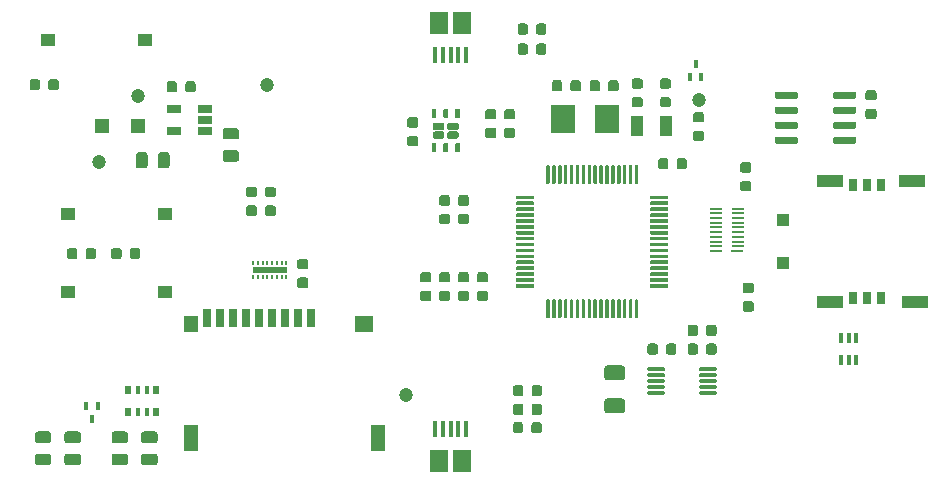
<source format=gtp>
G04 #@! TF.GenerationSoftware,KiCad,Pcbnew,(5.99.0-539-g3370e8996)*
G04 #@! TF.CreationDate,2019-12-31T23:23:20-05:00*
G04 #@! TF.ProjectId,node_base,6e6f6465-5f62-4617-9365-2e6b69636164,rev?*
G04 #@! TF.SameCoordinates,Original*
G04 #@! TF.FileFunction,Paste,Top*
G04 #@! TF.FilePolarity,Positive*
%FSLAX46Y46*%
G04 Gerber Fmt 4.6, Leading zero omitted, Abs format (unit mm)*
G04 Created by KiCad (PCBNEW (5.99.0-539-g3370e8996)) date 2019-12-31 23:23:20*
%MOMM*%
%LPD*%
G04 APERTURE LIST*
%ADD10C,1.200000*%
%ADD11R,0.400000X0.850000*%
%ADD12R,1.200000X1.000000*%
%ADD13R,0.460000X0.650000*%
%ADD14R,0.250000X0.400000*%
%ADD15R,3.000000X0.500000*%
%ADD16R,1.300000X1.300000*%
%ADD17R,2.000000X2.400000*%
%ADD18R,0.500000X0.800000*%
%ADD19R,0.400000X0.800000*%
%ADD20R,1.000000X0.200000*%
%ADD21R,1.100000X0.200000*%
%ADD22R,1.500000X1.900000*%
%ADD23R,0.400000X1.350000*%
%ADD24R,0.700000X1.600000*%
%ADD25R,1.600000X1.400000*%
%ADD26R,1.200000X2.200000*%
%ADD27R,1.200000X1.400000*%
%ADD28R,1.000000X1.800000*%
%ADD29R,1.220000X0.650000*%
%ADD30R,0.800000X1.000000*%
%ADD31R,1.000000X1.100000*%
%ADD32R,2.300000X1.000000*%
G04 APERTURE END LIST*
D10*
X114250000Y-103000000D03*
X102500000Y-76750000D03*
D11*
X151050000Y-98175000D03*
X151700000Y-98175000D03*
X152350000Y-98175000D03*
X152350000Y-100025000D03*
X151700000Y-100025000D03*
X151050000Y-100025000D03*
D10*
X88250000Y-83250000D03*
X139000000Y-78000000D03*
D12*
X85610000Y-94300000D03*
X93790000Y-94300000D03*
X85610000Y-87650000D03*
X93790000Y-87650000D03*
X92140000Y-72950000D03*
X83960000Y-72950000D03*
G36*
X125589962Y-105291651D02*
G01*
X125660930Y-105339070D01*
X125708349Y-105410038D01*
X125725000Y-105493750D01*
X125725000Y-106006250D01*
X125708349Y-106089962D01*
X125660930Y-106160930D01*
X125589962Y-106208349D01*
X125506250Y-106225000D01*
X125068750Y-106225000D01*
X124985038Y-106208349D01*
X124914070Y-106160930D01*
X124866651Y-106089962D01*
X124850000Y-106006250D01*
X124850000Y-105493750D01*
X124866651Y-105410038D01*
X124914070Y-105339070D01*
X124985038Y-105291651D01*
X125068750Y-105275000D01*
X125506250Y-105275000D01*
X125589962Y-105291651D01*
G37*
G36*
X124014962Y-105291651D02*
G01*
X124085930Y-105339070D01*
X124133349Y-105410038D01*
X124150000Y-105493750D01*
X124150000Y-106006250D01*
X124133349Y-106089962D01*
X124085930Y-106160930D01*
X124014962Y-106208349D01*
X123931250Y-106225000D01*
X123493750Y-106225000D01*
X123410038Y-106208349D01*
X123339070Y-106160930D01*
X123291651Y-106089962D01*
X123275000Y-106006250D01*
X123275000Y-105493750D01*
X123291651Y-105410038D01*
X123339070Y-105339070D01*
X123410038Y-105291651D01*
X123493750Y-105275000D01*
X123931250Y-105275000D01*
X124014962Y-105291651D01*
G37*
G36*
X139339962Y-79041651D02*
G01*
X139410930Y-79089070D01*
X139458349Y-79160038D01*
X139475000Y-79243750D01*
X139475000Y-79681250D01*
X139458349Y-79764962D01*
X139410930Y-79835930D01*
X139339962Y-79883349D01*
X139256250Y-79900000D01*
X138743750Y-79900000D01*
X138660038Y-79883349D01*
X138589070Y-79835930D01*
X138541651Y-79764962D01*
X138525000Y-79681250D01*
X138525000Y-79243750D01*
X138541651Y-79160038D01*
X138589070Y-79089070D01*
X138660038Y-79041651D01*
X138743750Y-79025000D01*
X139256250Y-79025000D01*
X139339962Y-79041651D01*
G37*
G36*
X139339962Y-80616651D02*
G01*
X139410930Y-80664070D01*
X139458349Y-80735038D01*
X139475000Y-80818750D01*
X139475000Y-81256250D01*
X139458349Y-81339962D01*
X139410930Y-81410930D01*
X139339962Y-81458349D01*
X139256250Y-81475000D01*
X138743750Y-81475000D01*
X138660038Y-81458349D01*
X138589070Y-81410930D01*
X138541651Y-81339962D01*
X138525000Y-81256250D01*
X138525000Y-80818750D01*
X138541651Y-80735038D01*
X138589070Y-80664070D01*
X138660038Y-80616651D01*
X138743750Y-80600000D01*
X139256250Y-80600000D01*
X139339962Y-80616651D01*
G37*
D13*
X139250000Y-76050000D03*
X138250000Y-76050000D03*
X138750000Y-75000000D03*
X87130000Y-103950000D03*
X88130000Y-103950000D03*
X87630000Y-105000000D03*
D14*
X101300000Y-91825000D03*
X101700000Y-91825000D03*
X102100000Y-91825000D03*
X102500000Y-91825000D03*
X102900000Y-91825000D03*
X103300000Y-91825000D03*
X103700000Y-91825000D03*
X104100000Y-91825000D03*
X104100000Y-92975000D03*
X103700000Y-92975000D03*
X103300000Y-92975000D03*
X102900000Y-92975000D03*
X102500000Y-92975000D03*
X102100000Y-92975000D03*
X101700000Y-92975000D03*
X101300000Y-92975000D03*
D15*
X102700000Y-92400000D03*
D10*
X91500000Y-77700000D03*
G36*
X94714962Y-76441651D02*
G01*
X94785930Y-76489070D01*
X94833349Y-76560038D01*
X94850000Y-76643750D01*
X94850000Y-77156250D01*
X94833349Y-77239962D01*
X94785930Y-77310930D01*
X94714962Y-77358349D01*
X94631250Y-77375000D01*
X94193750Y-77375000D01*
X94110038Y-77358349D01*
X94039070Y-77310930D01*
X93991651Y-77239962D01*
X93975000Y-77156250D01*
X93975000Y-76643750D01*
X93991651Y-76560038D01*
X94039070Y-76489070D01*
X94110038Y-76441651D01*
X94193750Y-76425000D01*
X94631250Y-76425000D01*
X94714962Y-76441651D01*
G37*
G36*
X96289962Y-76441651D02*
G01*
X96360930Y-76489070D01*
X96408349Y-76560038D01*
X96425000Y-76643750D01*
X96425000Y-77156250D01*
X96408349Y-77239962D01*
X96360930Y-77310930D01*
X96289962Y-77358349D01*
X96206250Y-77375000D01*
X95768750Y-77375000D01*
X95685038Y-77358349D01*
X95614070Y-77310930D01*
X95566651Y-77239962D01*
X95550000Y-77156250D01*
X95550000Y-76643750D01*
X95566651Y-76560038D01*
X95614070Y-76489070D01*
X95685038Y-76441651D01*
X95768750Y-76425000D01*
X96206250Y-76425000D01*
X96289962Y-76441651D01*
G37*
D16*
X91500000Y-80200000D03*
X88500000Y-80200000D03*
G36*
X94074529Y-82418554D02*
G01*
X94153607Y-82471393D01*
X94206446Y-82550471D01*
X94225000Y-82643750D01*
X94225000Y-83556250D01*
X94206446Y-83649529D01*
X94153607Y-83728607D01*
X94074529Y-83781446D01*
X93981250Y-83800000D01*
X93493750Y-83800000D01*
X93400471Y-83781446D01*
X93321393Y-83728607D01*
X93268554Y-83649529D01*
X93250000Y-83556250D01*
X93250000Y-82643750D01*
X93268554Y-82550471D01*
X93321393Y-82471393D01*
X93400471Y-82418554D01*
X93493750Y-82400000D01*
X93981250Y-82400000D01*
X94074529Y-82418554D01*
G37*
G36*
X92199529Y-82418554D02*
G01*
X92278607Y-82471393D01*
X92331446Y-82550471D01*
X92350000Y-82643750D01*
X92350000Y-83556250D01*
X92331446Y-83649529D01*
X92278607Y-83728607D01*
X92199529Y-83781446D01*
X92106250Y-83800000D01*
X91618750Y-83800000D01*
X91525471Y-83781446D01*
X91446393Y-83728607D01*
X91393554Y-83649529D01*
X91375000Y-83556250D01*
X91375000Y-82643750D01*
X91393554Y-82550471D01*
X91446393Y-82471393D01*
X91525471Y-82418554D01*
X91618750Y-82400000D01*
X92106250Y-82400000D01*
X92199529Y-82418554D01*
G37*
G36*
X99949529Y-82268554D02*
G01*
X100028607Y-82321393D01*
X100081446Y-82400471D01*
X100100000Y-82493750D01*
X100100000Y-82981250D01*
X100081446Y-83074529D01*
X100028607Y-83153607D01*
X99949529Y-83206446D01*
X99856250Y-83225000D01*
X98943750Y-83225000D01*
X98850471Y-83206446D01*
X98771393Y-83153607D01*
X98718554Y-83074529D01*
X98700000Y-82981250D01*
X98700000Y-82493750D01*
X98718554Y-82400471D01*
X98771393Y-82321393D01*
X98850471Y-82268554D01*
X98943750Y-82250000D01*
X99856250Y-82250000D01*
X99949529Y-82268554D01*
G37*
G36*
X99949529Y-80393554D02*
G01*
X100028607Y-80446393D01*
X100081446Y-80525471D01*
X100100000Y-80618750D01*
X100100000Y-81106250D01*
X100081446Y-81199529D01*
X100028607Y-81278607D01*
X99949529Y-81331446D01*
X99856250Y-81350000D01*
X98943750Y-81350000D01*
X98850471Y-81331446D01*
X98771393Y-81278607D01*
X98718554Y-81199529D01*
X98700000Y-81106250D01*
X98700000Y-80618750D01*
X98718554Y-80525471D01*
X98771393Y-80446393D01*
X98850471Y-80393554D01*
X98943750Y-80375000D01*
X99856250Y-80375000D01*
X99949529Y-80393554D01*
G37*
G36*
X105839962Y-91479151D02*
G01*
X105910930Y-91526570D01*
X105958349Y-91597538D01*
X105975000Y-91681250D01*
X105975000Y-92118750D01*
X105958349Y-92202462D01*
X105910930Y-92273430D01*
X105839962Y-92320849D01*
X105756250Y-92337500D01*
X105243750Y-92337500D01*
X105160038Y-92320849D01*
X105089070Y-92273430D01*
X105041651Y-92202462D01*
X105025000Y-92118750D01*
X105025000Y-91681250D01*
X105041651Y-91597538D01*
X105089070Y-91526570D01*
X105160038Y-91479151D01*
X105243750Y-91462500D01*
X105756250Y-91462500D01*
X105839962Y-91479151D01*
G37*
G36*
X105839962Y-93054151D02*
G01*
X105910930Y-93101570D01*
X105958349Y-93172538D01*
X105975000Y-93256250D01*
X105975000Y-93693750D01*
X105958349Y-93777462D01*
X105910930Y-93848430D01*
X105839962Y-93895849D01*
X105756250Y-93912500D01*
X105243750Y-93912500D01*
X105160038Y-93895849D01*
X105089070Y-93848430D01*
X105041651Y-93777462D01*
X105025000Y-93693750D01*
X105025000Y-93256250D01*
X105041651Y-93172538D01*
X105089070Y-93101570D01*
X105160038Y-93054151D01*
X105243750Y-93037500D01*
X105756250Y-93037500D01*
X105839962Y-93054151D01*
G37*
D17*
X131250000Y-79600000D03*
X127550000Y-79600000D03*
G36*
X86549529Y-106093554D02*
G01*
X86628607Y-106146393D01*
X86681446Y-106225471D01*
X86700000Y-106318750D01*
X86700000Y-106806250D01*
X86681446Y-106899529D01*
X86628607Y-106978607D01*
X86549529Y-107031446D01*
X86456250Y-107050000D01*
X85543750Y-107050000D01*
X85450471Y-107031446D01*
X85371393Y-106978607D01*
X85318554Y-106899529D01*
X85300000Y-106806250D01*
X85300000Y-106318750D01*
X85318554Y-106225471D01*
X85371393Y-106146393D01*
X85450471Y-106093554D01*
X85543750Y-106075000D01*
X86456250Y-106075000D01*
X86549529Y-106093554D01*
G37*
G36*
X86549529Y-107968554D02*
G01*
X86628607Y-108021393D01*
X86681446Y-108100471D01*
X86700000Y-108193750D01*
X86700000Y-108681250D01*
X86681446Y-108774529D01*
X86628607Y-108853607D01*
X86549529Y-108906446D01*
X86456250Y-108925000D01*
X85543750Y-108925000D01*
X85450471Y-108906446D01*
X85371393Y-108853607D01*
X85318554Y-108774529D01*
X85300000Y-108681250D01*
X85300000Y-108193750D01*
X85318554Y-108100471D01*
X85371393Y-108021393D01*
X85450471Y-107968554D01*
X85543750Y-107950000D01*
X86456250Y-107950000D01*
X86549529Y-107968554D01*
G37*
G36*
X119439962Y-92591651D02*
G01*
X119510930Y-92639070D01*
X119558349Y-92710038D01*
X119575000Y-92793750D01*
X119575000Y-93231250D01*
X119558349Y-93314962D01*
X119510930Y-93385930D01*
X119439962Y-93433349D01*
X119356250Y-93450000D01*
X118843750Y-93450000D01*
X118760038Y-93433349D01*
X118689070Y-93385930D01*
X118641651Y-93314962D01*
X118625000Y-93231250D01*
X118625000Y-92793750D01*
X118641651Y-92710038D01*
X118689070Y-92639070D01*
X118760038Y-92591651D01*
X118843750Y-92575000D01*
X119356250Y-92575000D01*
X119439962Y-92591651D01*
G37*
G36*
X119439962Y-94166651D02*
G01*
X119510930Y-94214070D01*
X119558349Y-94285038D01*
X119575000Y-94368750D01*
X119575000Y-94806250D01*
X119558349Y-94889962D01*
X119510930Y-94960930D01*
X119439962Y-95008349D01*
X119356250Y-95025000D01*
X118843750Y-95025000D01*
X118760038Y-95008349D01*
X118689070Y-94960930D01*
X118641651Y-94889962D01*
X118625000Y-94806250D01*
X118625000Y-94368750D01*
X118641651Y-94285038D01*
X118689070Y-94214070D01*
X118760038Y-94166651D01*
X118843750Y-94150000D01*
X119356250Y-94150000D01*
X119439962Y-94166651D01*
G37*
G36*
X121039962Y-92591651D02*
G01*
X121110930Y-92639070D01*
X121158349Y-92710038D01*
X121175000Y-92793750D01*
X121175000Y-93231250D01*
X121158349Y-93314962D01*
X121110930Y-93385930D01*
X121039962Y-93433349D01*
X120956250Y-93450000D01*
X120443750Y-93450000D01*
X120360038Y-93433349D01*
X120289070Y-93385930D01*
X120241651Y-93314962D01*
X120225000Y-93231250D01*
X120225000Y-92793750D01*
X120241651Y-92710038D01*
X120289070Y-92639070D01*
X120360038Y-92591651D01*
X120443750Y-92575000D01*
X120956250Y-92575000D01*
X121039962Y-92591651D01*
G37*
G36*
X121039962Y-94166651D02*
G01*
X121110930Y-94214070D01*
X121158349Y-94285038D01*
X121175000Y-94368750D01*
X121175000Y-94806250D01*
X121158349Y-94889962D01*
X121110930Y-94960930D01*
X121039962Y-95008349D01*
X120956250Y-95025000D01*
X120443750Y-95025000D01*
X120360038Y-95008349D01*
X120289070Y-94960930D01*
X120241651Y-94889962D01*
X120225000Y-94806250D01*
X120225000Y-94368750D01*
X120241651Y-94285038D01*
X120289070Y-94214070D01*
X120360038Y-94166651D01*
X120443750Y-94150000D01*
X120956250Y-94150000D01*
X121039962Y-94166651D01*
G37*
G36*
X140389962Y-97041651D02*
G01*
X140460930Y-97089070D01*
X140508349Y-97160038D01*
X140525000Y-97243750D01*
X140525000Y-97756250D01*
X140508349Y-97839962D01*
X140460930Y-97910930D01*
X140389962Y-97958349D01*
X140306250Y-97975000D01*
X139868750Y-97975000D01*
X139785038Y-97958349D01*
X139714070Y-97910930D01*
X139666651Y-97839962D01*
X139650000Y-97756250D01*
X139650000Y-97243750D01*
X139666651Y-97160038D01*
X139714070Y-97089070D01*
X139785038Y-97041651D01*
X139868750Y-97025000D01*
X140306250Y-97025000D01*
X140389962Y-97041651D01*
G37*
G36*
X138814962Y-97041651D02*
G01*
X138885930Y-97089070D01*
X138933349Y-97160038D01*
X138950000Y-97243750D01*
X138950000Y-97756250D01*
X138933349Y-97839962D01*
X138885930Y-97910930D01*
X138814962Y-97958349D01*
X138731250Y-97975000D01*
X138293750Y-97975000D01*
X138210038Y-97958349D01*
X138139070Y-97910930D01*
X138091651Y-97839962D01*
X138075000Y-97756250D01*
X138075000Y-97243750D01*
X138091651Y-97160038D01*
X138139070Y-97089070D01*
X138210038Y-97041651D01*
X138293750Y-97025000D01*
X138731250Y-97025000D01*
X138814962Y-97041651D01*
G37*
G36*
X140389962Y-98641651D02*
G01*
X140460930Y-98689070D01*
X140508349Y-98760038D01*
X140525000Y-98843750D01*
X140525000Y-99356250D01*
X140508349Y-99439962D01*
X140460930Y-99510930D01*
X140389962Y-99558349D01*
X140306250Y-99575000D01*
X139868750Y-99575000D01*
X139785038Y-99558349D01*
X139714070Y-99510930D01*
X139666651Y-99439962D01*
X139650000Y-99356250D01*
X139650000Y-98843750D01*
X139666651Y-98760038D01*
X139714070Y-98689070D01*
X139785038Y-98641651D01*
X139868750Y-98625000D01*
X140306250Y-98625000D01*
X140389962Y-98641651D01*
G37*
G36*
X138814962Y-98641651D02*
G01*
X138885930Y-98689070D01*
X138933349Y-98760038D01*
X138950000Y-98843750D01*
X138950000Y-99356250D01*
X138933349Y-99439962D01*
X138885930Y-99510930D01*
X138814962Y-99558349D01*
X138731250Y-99575000D01*
X138293750Y-99575000D01*
X138210038Y-99558349D01*
X138139070Y-99510930D01*
X138091651Y-99439962D01*
X138075000Y-99356250D01*
X138075000Y-98843750D01*
X138091651Y-98760038D01*
X138139070Y-98689070D01*
X138210038Y-98641651D01*
X138293750Y-98625000D01*
X138731250Y-98625000D01*
X138814962Y-98641651D01*
G37*
D18*
X90700000Y-104400000D03*
D19*
X91500000Y-104400000D03*
D18*
X93100000Y-104400000D03*
D19*
X92300000Y-104400000D03*
D18*
X90700000Y-102600000D03*
D19*
X92300000Y-102600000D03*
X91500000Y-102600000D03*
D18*
X93100000Y-102600000D03*
D20*
X140500000Y-90800000D03*
X140500000Y-90400000D03*
X140500000Y-90000000D03*
X140500000Y-89600000D03*
X140500000Y-89200000D03*
X140500000Y-88800000D03*
X140500000Y-88400000D03*
X140500000Y-88000000D03*
X140500000Y-87600000D03*
X140500000Y-87200000D03*
X142300000Y-87200000D03*
X142300000Y-87600000D03*
X142300000Y-88000000D03*
X142300000Y-88400000D03*
X142300000Y-88800000D03*
X142300000Y-89200000D03*
X142300000Y-89600000D03*
X142300000Y-90000000D03*
X142300000Y-90400000D03*
D21*
X142250000Y-90800000D03*
G36*
X124027462Y-102141651D02*
G01*
X124098430Y-102189070D01*
X124145849Y-102260038D01*
X124162500Y-102343750D01*
X124162500Y-102856250D01*
X124145849Y-102939962D01*
X124098430Y-103010930D01*
X124027462Y-103058349D01*
X123943750Y-103075000D01*
X123506250Y-103075000D01*
X123422538Y-103058349D01*
X123351570Y-103010930D01*
X123304151Y-102939962D01*
X123287500Y-102856250D01*
X123287500Y-102343750D01*
X123304151Y-102260038D01*
X123351570Y-102189070D01*
X123422538Y-102141651D01*
X123506250Y-102125000D01*
X123943750Y-102125000D01*
X124027462Y-102141651D01*
G37*
G36*
X125602462Y-102141651D02*
G01*
X125673430Y-102189070D01*
X125720849Y-102260038D01*
X125737500Y-102343750D01*
X125737500Y-102856250D01*
X125720849Y-102939962D01*
X125673430Y-103010930D01*
X125602462Y-103058349D01*
X125518750Y-103075000D01*
X125081250Y-103075000D01*
X124997538Y-103058349D01*
X124926570Y-103010930D01*
X124879151Y-102939962D01*
X124862500Y-102856250D01*
X124862500Y-102343750D01*
X124879151Y-102260038D01*
X124926570Y-102189070D01*
X124997538Y-102141651D01*
X125081250Y-102125000D01*
X125518750Y-102125000D01*
X125602462Y-102141651D01*
G37*
G36*
X124027462Y-103741651D02*
G01*
X124098430Y-103789070D01*
X124145849Y-103860038D01*
X124162500Y-103943750D01*
X124162500Y-104456250D01*
X124145849Y-104539962D01*
X124098430Y-104610930D01*
X124027462Y-104658349D01*
X123943750Y-104675000D01*
X123506250Y-104675000D01*
X123422538Y-104658349D01*
X123351570Y-104610930D01*
X123304151Y-104539962D01*
X123287500Y-104456250D01*
X123287500Y-103943750D01*
X123304151Y-103860038D01*
X123351570Y-103789070D01*
X123422538Y-103741651D01*
X123506250Y-103725000D01*
X123943750Y-103725000D01*
X124027462Y-103741651D01*
G37*
G36*
X125602462Y-103741651D02*
G01*
X125673430Y-103789070D01*
X125720849Y-103860038D01*
X125737500Y-103943750D01*
X125737500Y-104456250D01*
X125720849Y-104539962D01*
X125673430Y-104610930D01*
X125602462Y-104658349D01*
X125518750Y-104675000D01*
X125081250Y-104675000D01*
X124997538Y-104658349D01*
X124926570Y-104610930D01*
X124879151Y-104539962D01*
X124862500Y-104456250D01*
X124862500Y-103943750D01*
X124879151Y-103860038D01*
X124926570Y-103789070D01*
X124997538Y-103741651D01*
X125081250Y-103725000D01*
X125518750Y-103725000D01*
X125602462Y-103741651D01*
G37*
G36*
X124414962Y-73241651D02*
G01*
X124485930Y-73289070D01*
X124533349Y-73360038D01*
X124550000Y-73443750D01*
X124550000Y-73956250D01*
X124533349Y-74039962D01*
X124485930Y-74110930D01*
X124414962Y-74158349D01*
X124331250Y-74175000D01*
X123893750Y-74175000D01*
X123810038Y-74158349D01*
X123739070Y-74110930D01*
X123691651Y-74039962D01*
X123675000Y-73956250D01*
X123675000Y-73443750D01*
X123691651Y-73360038D01*
X123739070Y-73289070D01*
X123810038Y-73241651D01*
X123893750Y-73225000D01*
X124331250Y-73225000D01*
X124414962Y-73241651D01*
G37*
G36*
X125989962Y-73241651D02*
G01*
X126060930Y-73289070D01*
X126108349Y-73360038D01*
X126125000Y-73443750D01*
X126125000Y-73956250D01*
X126108349Y-74039962D01*
X126060930Y-74110930D01*
X125989962Y-74158349D01*
X125906250Y-74175000D01*
X125468750Y-74175000D01*
X125385038Y-74158349D01*
X125314070Y-74110930D01*
X125266651Y-74039962D01*
X125250000Y-73956250D01*
X125250000Y-73443750D01*
X125266651Y-73360038D01*
X125314070Y-73289070D01*
X125385038Y-73241651D01*
X125468750Y-73225000D01*
X125906250Y-73225000D01*
X125989962Y-73241651D01*
G37*
G36*
X124414962Y-71541651D02*
G01*
X124485930Y-71589070D01*
X124533349Y-71660038D01*
X124550000Y-71743750D01*
X124550000Y-72256250D01*
X124533349Y-72339962D01*
X124485930Y-72410930D01*
X124414962Y-72458349D01*
X124331250Y-72475000D01*
X123893750Y-72475000D01*
X123810038Y-72458349D01*
X123739070Y-72410930D01*
X123691651Y-72339962D01*
X123675000Y-72256250D01*
X123675000Y-71743750D01*
X123691651Y-71660038D01*
X123739070Y-71589070D01*
X123810038Y-71541651D01*
X123893750Y-71525000D01*
X124331250Y-71525000D01*
X124414962Y-71541651D01*
G37*
G36*
X125989962Y-71541651D02*
G01*
X126060930Y-71589070D01*
X126108349Y-71660038D01*
X126125000Y-71743750D01*
X126125000Y-72256250D01*
X126108349Y-72339962D01*
X126060930Y-72410930D01*
X125989962Y-72458349D01*
X125906250Y-72475000D01*
X125468750Y-72475000D01*
X125385038Y-72458349D01*
X125314070Y-72410930D01*
X125266651Y-72339962D01*
X125250000Y-72256250D01*
X125250000Y-71743750D01*
X125266651Y-71660038D01*
X125314070Y-71589070D01*
X125385038Y-71541651D01*
X125468750Y-71525000D01*
X125906250Y-71525000D01*
X125989962Y-71541651D01*
G37*
G36*
X116239962Y-94166651D02*
G01*
X116310930Y-94214070D01*
X116358349Y-94285038D01*
X116375000Y-94368750D01*
X116375000Y-94806250D01*
X116358349Y-94889962D01*
X116310930Y-94960930D01*
X116239962Y-95008349D01*
X116156250Y-95025000D01*
X115643750Y-95025000D01*
X115560038Y-95008349D01*
X115489070Y-94960930D01*
X115441651Y-94889962D01*
X115425000Y-94806250D01*
X115425000Y-94368750D01*
X115441651Y-94285038D01*
X115489070Y-94214070D01*
X115560038Y-94166651D01*
X115643750Y-94150000D01*
X116156250Y-94150000D01*
X116239962Y-94166651D01*
G37*
G36*
X116239962Y-92591651D02*
G01*
X116310930Y-92639070D01*
X116358349Y-92710038D01*
X116375000Y-92793750D01*
X116375000Y-93231250D01*
X116358349Y-93314962D01*
X116310930Y-93385930D01*
X116239962Y-93433349D01*
X116156250Y-93450000D01*
X115643750Y-93450000D01*
X115560038Y-93433349D01*
X115489070Y-93385930D01*
X115441651Y-93314962D01*
X115425000Y-93231250D01*
X115425000Y-92793750D01*
X115441651Y-92710038D01*
X115489070Y-92639070D01*
X115560038Y-92591651D01*
X115643750Y-92575000D01*
X116156250Y-92575000D01*
X116239962Y-92591651D01*
G37*
G36*
X117839962Y-87666651D02*
G01*
X117910930Y-87714070D01*
X117958349Y-87785038D01*
X117975000Y-87868750D01*
X117975000Y-88306250D01*
X117958349Y-88389962D01*
X117910930Y-88460930D01*
X117839962Y-88508349D01*
X117756250Y-88525000D01*
X117243750Y-88525000D01*
X117160038Y-88508349D01*
X117089070Y-88460930D01*
X117041651Y-88389962D01*
X117025000Y-88306250D01*
X117025000Y-87868750D01*
X117041651Y-87785038D01*
X117089070Y-87714070D01*
X117160038Y-87666651D01*
X117243750Y-87650000D01*
X117756250Y-87650000D01*
X117839962Y-87666651D01*
G37*
G36*
X117839962Y-86091651D02*
G01*
X117910930Y-86139070D01*
X117958349Y-86210038D01*
X117975000Y-86293750D01*
X117975000Y-86731250D01*
X117958349Y-86814962D01*
X117910930Y-86885930D01*
X117839962Y-86933349D01*
X117756250Y-86950000D01*
X117243750Y-86950000D01*
X117160038Y-86933349D01*
X117089070Y-86885930D01*
X117041651Y-86814962D01*
X117025000Y-86731250D01*
X117025000Y-86293750D01*
X117041651Y-86210038D01*
X117089070Y-86139070D01*
X117160038Y-86091651D01*
X117243750Y-86075000D01*
X117756250Y-86075000D01*
X117839962Y-86091651D01*
G37*
G36*
X103089962Y-86954151D02*
G01*
X103160930Y-87001570D01*
X103208349Y-87072538D01*
X103225000Y-87156250D01*
X103225000Y-87593750D01*
X103208349Y-87677462D01*
X103160930Y-87748430D01*
X103089962Y-87795849D01*
X103006250Y-87812500D01*
X102493750Y-87812500D01*
X102410038Y-87795849D01*
X102339070Y-87748430D01*
X102291651Y-87677462D01*
X102275000Y-87593750D01*
X102275000Y-87156250D01*
X102291651Y-87072538D01*
X102339070Y-87001570D01*
X102410038Y-86954151D01*
X102493750Y-86937500D01*
X103006250Y-86937500D01*
X103089962Y-86954151D01*
G37*
G36*
X103089962Y-85379151D02*
G01*
X103160930Y-85426570D01*
X103208349Y-85497538D01*
X103225000Y-85581250D01*
X103225000Y-86018750D01*
X103208349Y-86102462D01*
X103160930Y-86173430D01*
X103089962Y-86220849D01*
X103006250Y-86237500D01*
X102493750Y-86237500D01*
X102410038Y-86220849D01*
X102339070Y-86173430D01*
X102291651Y-86102462D01*
X102275000Y-86018750D01*
X102275000Y-85581250D01*
X102291651Y-85497538D01*
X102339070Y-85426570D01*
X102410038Y-85379151D01*
X102493750Y-85362500D01*
X103006250Y-85362500D01*
X103089962Y-85379151D01*
G37*
G36*
X101489962Y-85379151D02*
G01*
X101560930Y-85426570D01*
X101608349Y-85497538D01*
X101625000Y-85581250D01*
X101625000Y-86018750D01*
X101608349Y-86102462D01*
X101560930Y-86173430D01*
X101489962Y-86220849D01*
X101406250Y-86237500D01*
X100893750Y-86237500D01*
X100810038Y-86220849D01*
X100739070Y-86173430D01*
X100691651Y-86102462D01*
X100675000Y-86018750D01*
X100675000Y-85581250D01*
X100691651Y-85497538D01*
X100739070Y-85426570D01*
X100810038Y-85379151D01*
X100893750Y-85362500D01*
X101406250Y-85362500D01*
X101489962Y-85379151D01*
G37*
G36*
X101489962Y-86954151D02*
G01*
X101560930Y-87001570D01*
X101608349Y-87072538D01*
X101625000Y-87156250D01*
X101625000Y-87593750D01*
X101608349Y-87677462D01*
X101560930Y-87748430D01*
X101489962Y-87795849D01*
X101406250Y-87812500D01*
X100893750Y-87812500D01*
X100810038Y-87795849D01*
X100739070Y-87748430D01*
X100691651Y-87677462D01*
X100675000Y-87593750D01*
X100675000Y-87156250D01*
X100691651Y-87072538D01*
X100739070Y-87001570D01*
X100810038Y-86954151D01*
X100893750Y-86937500D01*
X101406250Y-86937500D01*
X101489962Y-86954151D01*
G37*
D22*
X117000000Y-108537500D03*
D23*
X118000000Y-105837500D03*
X118650000Y-105837500D03*
X119300000Y-105837500D03*
X116700000Y-105837500D03*
X117350000Y-105837500D03*
D22*
X119000000Y-108537500D03*
D24*
X97400000Y-96500000D03*
X98500000Y-96500000D03*
X99600000Y-96500000D03*
X100700000Y-96500000D03*
X101800000Y-96500000D03*
X102900000Y-96500000D03*
X104000000Y-96500000D03*
X105100000Y-96500000D03*
X106200000Y-96500000D03*
D25*
X110700000Y-97000000D03*
D26*
X96000000Y-106600000D03*
X111900000Y-106600000D03*
D27*
X96000000Y-97000000D03*
G36*
X84049529Y-106093554D02*
G01*
X84128607Y-106146393D01*
X84181446Y-106225471D01*
X84200000Y-106318750D01*
X84200000Y-106806250D01*
X84181446Y-106899529D01*
X84128607Y-106978607D01*
X84049529Y-107031446D01*
X83956250Y-107050000D01*
X83043750Y-107050000D01*
X82950471Y-107031446D01*
X82871393Y-106978607D01*
X82818554Y-106899529D01*
X82800000Y-106806250D01*
X82800000Y-106318750D01*
X82818554Y-106225471D01*
X82871393Y-106146393D01*
X82950471Y-106093554D01*
X83043750Y-106075000D01*
X83956250Y-106075000D01*
X84049529Y-106093554D01*
G37*
G36*
X84049529Y-107968554D02*
G01*
X84128607Y-108021393D01*
X84181446Y-108100471D01*
X84200000Y-108193750D01*
X84200000Y-108681250D01*
X84181446Y-108774529D01*
X84128607Y-108853607D01*
X84049529Y-108906446D01*
X83956250Y-108925000D01*
X83043750Y-108925000D01*
X82950471Y-108906446D01*
X82871393Y-108853607D01*
X82818554Y-108774529D01*
X82800000Y-108681250D01*
X82800000Y-108193750D01*
X82818554Y-108100471D01*
X82871393Y-108021393D01*
X82950471Y-107968554D01*
X83043750Y-107950000D01*
X83956250Y-107950000D01*
X84049529Y-107968554D01*
G37*
G36*
X90549529Y-106093554D02*
G01*
X90628607Y-106146393D01*
X90681446Y-106225471D01*
X90700000Y-106318750D01*
X90700000Y-106806250D01*
X90681446Y-106899529D01*
X90628607Y-106978607D01*
X90549529Y-107031446D01*
X90456250Y-107050000D01*
X89543750Y-107050000D01*
X89450471Y-107031446D01*
X89371393Y-106978607D01*
X89318554Y-106899529D01*
X89300000Y-106806250D01*
X89300000Y-106318750D01*
X89318554Y-106225471D01*
X89371393Y-106146393D01*
X89450471Y-106093554D01*
X89543750Y-106075000D01*
X90456250Y-106075000D01*
X90549529Y-106093554D01*
G37*
G36*
X90549529Y-107968554D02*
G01*
X90628607Y-108021393D01*
X90681446Y-108100471D01*
X90700000Y-108193750D01*
X90700000Y-108681250D01*
X90681446Y-108774529D01*
X90628607Y-108853607D01*
X90549529Y-108906446D01*
X90456250Y-108925000D01*
X89543750Y-108925000D01*
X89450471Y-108906446D01*
X89371393Y-108853607D01*
X89318554Y-108774529D01*
X89300000Y-108681250D01*
X89300000Y-108193750D01*
X89318554Y-108100471D01*
X89371393Y-108021393D01*
X89450471Y-107968554D01*
X89543750Y-107950000D01*
X90456250Y-107950000D01*
X90549529Y-107968554D01*
G37*
G36*
X93049529Y-106093554D02*
G01*
X93128607Y-106146393D01*
X93181446Y-106225471D01*
X93200000Y-106318750D01*
X93200000Y-106806250D01*
X93181446Y-106899529D01*
X93128607Y-106978607D01*
X93049529Y-107031446D01*
X92956250Y-107050000D01*
X92043750Y-107050000D01*
X91950471Y-107031446D01*
X91871393Y-106978607D01*
X91818554Y-106899529D01*
X91800000Y-106806250D01*
X91800000Y-106318750D01*
X91818554Y-106225471D01*
X91871393Y-106146393D01*
X91950471Y-106093554D01*
X92043750Y-106075000D01*
X92956250Y-106075000D01*
X93049529Y-106093554D01*
G37*
G36*
X93049529Y-107968554D02*
G01*
X93128607Y-108021393D01*
X93181446Y-108100471D01*
X93200000Y-108193750D01*
X93200000Y-108681250D01*
X93181446Y-108774529D01*
X93128607Y-108853607D01*
X93049529Y-108906446D01*
X92956250Y-108925000D01*
X92043750Y-108925000D01*
X91950471Y-108906446D01*
X91871393Y-108853607D01*
X91818554Y-108774529D01*
X91800000Y-108681250D01*
X91800000Y-108193750D01*
X91818554Y-108100471D01*
X91871393Y-108021393D01*
X91950471Y-107968554D01*
X92043750Y-107950000D01*
X92956250Y-107950000D01*
X93049529Y-107968554D01*
G37*
G36*
X143339962Y-84866651D02*
G01*
X143410930Y-84914070D01*
X143458349Y-84985038D01*
X143475000Y-85068750D01*
X143475000Y-85506250D01*
X143458349Y-85589962D01*
X143410930Y-85660930D01*
X143339962Y-85708349D01*
X143256250Y-85725000D01*
X142743750Y-85725000D01*
X142660038Y-85708349D01*
X142589070Y-85660930D01*
X142541651Y-85589962D01*
X142525000Y-85506250D01*
X142525000Y-85068750D01*
X142541651Y-84985038D01*
X142589070Y-84914070D01*
X142660038Y-84866651D01*
X142743750Y-84850000D01*
X143256250Y-84850000D01*
X143339962Y-84866651D01*
G37*
G36*
X143339962Y-83291651D02*
G01*
X143410930Y-83339070D01*
X143458349Y-83410038D01*
X143475000Y-83493750D01*
X143475000Y-83931250D01*
X143458349Y-84014962D01*
X143410930Y-84085930D01*
X143339962Y-84133349D01*
X143256250Y-84150000D01*
X142743750Y-84150000D01*
X142660038Y-84133349D01*
X142589070Y-84085930D01*
X142541651Y-84014962D01*
X142525000Y-83931250D01*
X142525000Y-83493750D01*
X142541651Y-83410038D01*
X142589070Y-83339070D01*
X142660038Y-83291651D01*
X142743750Y-83275000D01*
X143256250Y-83275000D01*
X143339962Y-83291651D01*
G37*
G36*
X143539962Y-95066651D02*
G01*
X143610930Y-95114070D01*
X143658349Y-95185038D01*
X143675000Y-95268750D01*
X143675000Y-95706250D01*
X143658349Y-95789962D01*
X143610930Y-95860930D01*
X143539962Y-95908349D01*
X143456250Y-95925000D01*
X142943750Y-95925000D01*
X142860038Y-95908349D01*
X142789070Y-95860930D01*
X142741651Y-95789962D01*
X142725000Y-95706250D01*
X142725000Y-95268750D01*
X142741651Y-95185038D01*
X142789070Y-95114070D01*
X142860038Y-95066651D01*
X142943750Y-95050000D01*
X143456250Y-95050000D01*
X143539962Y-95066651D01*
G37*
G36*
X143539962Y-93491651D02*
G01*
X143610930Y-93539070D01*
X143658349Y-93610038D01*
X143675000Y-93693750D01*
X143675000Y-94131250D01*
X143658349Y-94214962D01*
X143610930Y-94285930D01*
X143539962Y-94333349D01*
X143456250Y-94350000D01*
X142943750Y-94350000D01*
X142860038Y-94333349D01*
X142789070Y-94285930D01*
X142741651Y-94214962D01*
X142725000Y-94131250D01*
X142725000Y-93693750D01*
X142741651Y-93610038D01*
X142789070Y-93539070D01*
X142860038Y-93491651D01*
X142943750Y-93475000D01*
X143456250Y-93475000D01*
X143539962Y-93491651D01*
G37*
G36*
X153939962Y-78766651D02*
G01*
X154010930Y-78814070D01*
X154058349Y-78885038D01*
X154075000Y-78968750D01*
X154075000Y-79406250D01*
X154058349Y-79489962D01*
X154010930Y-79560930D01*
X153939962Y-79608349D01*
X153856250Y-79625000D01*
X153343750Y-79625000D01*
X153260038Y-79608349D01*
X153189070Y-79560930D01*
X153141651Y-79489962D01*
X153125000Y-79406250D01*
X153125000Y-78968750D01*
X153141651Y-78885038D01*
X153189070Y-78814070D01*
X153260038Y-78766651D01*
X153343750Y-78750000D01*
X153856250Y-78750000D01*
X153939962Y-78766651D01*
G37*
G36*
X153939962Y-77191651D02*
G01*
X154010930Y-77239070D01*
X154058349Y-77310038D01*
X154075000Y-77393750D01*
X154075000Y-77831250D01*
X154058349Y-77914962D01*
X154010930Y-77985930D01*
X153939962Y-78033349D01*
X153856250Y-78050000D01*
X153343750Y-78050000D01*
X153260038Y-78033349D01*
X153189070Y-77985930D01*
X153141651Y-77914962D01*
X153125000Y-77831250D01*
X153125000Y-77393750D01*
X153141651Y-77310038D01*
X153189070Y-77239070D01*
X153260038Y-77191651D01*
X153343750Y-77175000D01*
X153856250Y-77175000D01*
X153939962Y-77191651D01*
G37*
G36*
X136989962Y-98641651D02*
G01*
X137060930Y-98689070D01*
X137108349Y-98760038D01*
X137125000Y-98843750D01*
X137125000Y-99356250D01*
X137108349Y-99439962D01*
X137060930Y-99510930D01*
X136989962Y-99558349D01*
X136906250Y-99575000D01*
X136468750Y-99575000D01*
X136385038Y-99558349D01*
X136314070Y-99510930D01*
X136266651Y-99439962D01*
X136250000Y-99356250D01*
X136250000Y-98843750D01*
X136266651Y-98760038D01*
X136314070Y-98689070D01*
X136385038Y-98641651D01*
X136468750Y-98625000D01*
X136906250Y-98625000D01*
X136989962Y-98641651D01*
G37*
G36*
X135414962Y-98641651D02*
G01*
X135485930Y-98689070D01*
X135533349Y-98760038D01*
X135550000Y-98843750D01*
X135550000Y-99356250D01*
X135533349Y-99439962D01*
X135485930Y-99510930D01*
X135414962Y-99558349D01*
X135331250Y-99575000D01*
X134893750Y-99575000D01*
X134810038Y-99558349D01*
X134739070Y-99510930D01*
X134691651Y-99439962D01*
X134675000Y-99356250D01*
X134675000Y-98843750D01*
X134691651Y-98760038D01*
X134739070Y-98689070D01*
X134810038Y-98641651D01*
X134893750Y-98625000D01*
X135331250Y-98625000D01*
X135414962Y-98641651D01*
G37*
G36*
X87839962Y-90541651D02*
G01*
X87910930Y-90589070D01*
X87958349Y-90660038D01*
X87975000Y-90743750D01*
X87975000Y-91256250D01*
X87958349Y-91339962D01*
X87910930Y-91410930D01*
X87839962Y-91458349D01*
X87756250Y-91475000D01*
X87318750Y-91475000D01*
X87235038Y-91458349D01*
X87164070Y-91410930D01*
X87116651Y-91339962D01*
X87100000Y-91256250D01*
X87100000Y-90743750D01*
X87116651Y-90660038D01*
X87164070Y-90589070D01*
X87235038Y-90541651D01*
X87318750Y-90525000D01*
X87756250Y-90525000D01*
X87839962Y-90541651D01*
G37*
G36*
X86264962Y-90541651D02*
G01*
X86335930Y-90589070D01*
X86383349Y-90660038D01*
X86400000Y-90743750D01*
X86400000Y-91256250D01*
X86383349Y-91339962D01*
X86335930Y-91410930D01*
X86264962Y-91458349D01*
X86181250Y-91475000D01*
X85743750Y-91475000D01*
X85660038Y-91458349D01*
X85589070Y-91410930D01*
X85541651Y-91339962D01*
X85525000Y-91256250D01*
X85525000Y-90743750D01*
X85541651Y-90660038D01*
X85589070Y-90589070D01*
X85660038Y-90541651D01*
X85743750Y-90525000D01*
X86181250Y-90525000D01*
X86264962Y-90541651D01*
G37*
G36*
X91589962Y-90541651D02*
G01*
X91660930Y-90589070D01*
X91708349Y-90660038D01*
X91725000Y-90743750D01*
X91725000Y-91256250D01*
X91708349Y-91339962D01*
X91660930Y-91410930D01*
X91589962Y-91458349D01*
X91506250Y-91475000D01*
X91068750Y-91475000D01*
X90985038Y-91458349D01*
X90914070Y-91410930D01*
X90866651Y-91339962D01*
X90850000Y-91256250D01*
X90850000Y-90743750D01*
X90866651Y-90660038D01*
X90914070Y-90589070D01*
X90985038Y-90541651D01*
X91068750Y-90525000D01*
X91506250Y-90525000D01*
X91589962Y-90541651D01*
G37*
G36*
X90014962Y-90541651D02*
G01*
X90085930Y-90589070D01*
X90133349Y-90660038D01*
X90150000Y-90743750D01*
X90150000Y-91256250D01*
X90133349Y-91339962D01*
X90085930Y-91410930D01*
X90014962Y-91458349D01*
X89931250Y-91475000D01*
X89493750Y-91475000D01*
X89410038Y-91458349D01*
X89339070Y-91410930D01*
X89291651Y-91339962D01*
X89275000Y-91256250D01*
X89275000Y-90743750D01*
X89291651Y-90660038D01*
X89339070Y-90589070D01*
X89410038Y-90541651D01*
X89493750Y-90525000D01*
X89931250Y-90525000D01*
X90014962Y-90541651D01*
G37*
G36*
X119439962Y-86091651D02*
G01*
X119510930Y-86139070D01*
X119558349Y-86210038D01*
X119575000Y-86293750D01*
X119575000Y-86731250D01*
X119558349Y-86814962D01*
X119510930Y-86885930D01*
X119439962Y-86933349D01*
X119356250Y-86950000D01*
X118843750Y-86950000D01*
X118760038Y-86933349D01*
X118689070Y-86885930D01*
X118641651Y-86814962D01*
X118625000Y-86731250D01*
X118625000Y-86293750D01*
X118641651Y-86210038D01*
X118689070Y-86139070D01*
X118760038Y-86091651D01*
X118843750Y-86075000D01*
X119356250Y-86075000D01*
X119439962Y-86091651D01*
G37*
G36*
X119439962Y-87666651D02*
G01*
X119510930Y-87714070D01*
X119558349Y-87785038D01*
X119575000Y-87868750D01*
X119575000Y-88306250D01*
X119558349Y-88389962D01*
X119510930Y-88460930D01*
X119439962Y-88508349D01*
X119356250Y-88525000D01*
X118843750Y-88525000D01*
X118760038Y-88508349D01*
X118689070Y-88460930D01*
X118641651Y-88389962D01*
X118625000Y-88306250D01*
X118625000Y-87868750D01*
X118641651Y-87785038D01*
X118689070Y-87714070D01*
X118760038Y-87666651D01*
X118843750Y-87650000D01*
X119356250Y-87650000D01*
X119439962Y-87666651D01*
G37*
G36*
X115139962Y-79491651D02*
G01*
X115210930Y-79539070D01*
X115258349Y-79610038D01*
X115275000Y-79693750D01*
X115275000Y-80131250D01*
X115258349Y-80214962D01*
X115210930Y-80285930D01*
X115139962Y-80333349D01*
X115056250Y-80350000D01*
X114543750Y-80350000D01*
X114460038Y-80333349D01*
X114389070Y-80285930D01*
X114341651Y-80214962D01*
X114325000Y-80131250D01*
X114325000Y-79693750D01*
X114341651Y-79610038D01*
X114389070Y-79539070D01*
X114460038Y-79491651D01*
X114543750Y-79475000D01*
X115056250Y-79475000D01*
X115139962Y-79491651D01*
G37*
G36*
X115139962Y-81066651D02*
G01*
X115210930Y-81114070D01*
X115258349Y-81185038D01*
X115275000Y-81268750D01*
X115275000Y-81706250D01*
X115258349Y-81789962D01*
X115210930Y-81860930D01*
X115139962Y-81908349D01*
X115056250Y-81925000D01*
X114543750Y-81925000D01*
X114460038Y-81908349D01*
X114389070Y-81860930D01*
X114341651Y-81789962D01*
X114325000Y-81706250D01*
X114325000Y-81268750D01*
X114341651Y-81185038D01*
X114389070Y-81114070D01*
X114460038Y-81066651D01*
X114543750Y-81050000D01*
X115056250Y-81050000D01*
X115139962Y-81066651D01*
G37*
G36*
X117839962Y-94166651D02*
G01*
X117910930Y-94214070D01*
X117958349Y-94285038D01*
X117975000Y-94368750D01*
X117975000Y-94806250D01*
X117958349Y-94889962D01*
X117910930Y-94960930D01*
X117839962Y-95008349D01*
X117756250Y-95025000D01*
X117243750Y-95025000D01*
X117160038Y-95008349D01*
X117089070Y-94960930D01*
X117041651Y-94889962D01*
X117025000Y-94806250D01*
X117025000Y-94368750D01*
X117041651Y-94285038D01*
X117089070Y-94214070D01*
X117160038Y-94166651D01*
X117243750Y-94150000D01*
X117756250Y-94150000D01*
X117839962Y-94166651D01*
G37*
G36*
X117839962Y-92591651D02*
G01*
X117910930Y-92639070D01*
X117958349Y-92710038D01*
X117975000Y-92793750D01*
X117975000Y-93231250D01*
X117958349Y-93314962D01*
X117910930Y-93385930D01*
X117839962Y-93433349D01*
X117756250Y-93450000D01*
X117243750Y-93450000D01*
X117160038Y-93433349D01*
X117089070Y-93385930D01*
X117041651Y-93314962D01*
X117025000Y-93231250D01*
X117025000Y-92793750D01*
X117041651Y-92710038D01*
X117089070Y-92639070D01*
X117160038Y-92591651D01*
X117243750Y-92575000D01*
X117756250Y-92575000D01*
X117839962Y-92591651D01*
G37*
G36*
X137889962Y-82941651D02*
G01*
X137960930Y-82989070D01*
X138008349Y-83060038D01*
X138025000Y-83143750D01*
X138025000Y-83656250D01*
X138008349Y-83739962D01*
X137960930Y-83810930D01*
X137889962Y-83858349D01*
X137806250Y-83875000D01*
X137368750Y-83875000D01*
X137285038Y-83858349D01*
X137214070Y-83810930D01*
X137166651Y-83739962D01*
X137150000Y-83656250D01*
X137150000Y-83143750D01*
X137166651Y-83060038D01*
X137214070Y-82989070D01*
X137285038Y-82941651D01*
X137368750Y-82925000D01*
X137806250Y-82925000D01*
X137889962Y-82941651D01*
G37*
G36*
X136314962Y-82941651D02*
G01*
X136385930Y-82989070D01*
X136433349Y-83060038D01*
X136450000Y-83143750D01*
X136450000Y-83656250D01*
X136433349Y-83739962D01*
X136385930Y-83810930D01*
X136314962Y-83858349D01*
X136231250Y-83875000D01*
X135793750Y-83875000D01*
X135710038Y-83858349D01*
X135639070Y-83810930D01*
X135591651Y-83739962D01*
X135575000Y-83656250D01*
X135575000Y-83143750D01*
X135591651Y-83060038D01*
X135639070Y-82989070D01*
X135710038Y-82941651D01*
X135793750Y-82925000D01*
X136231250Y-82925000D01*
X136314962Y-82941651D01*
G37*
G36*
X123339962Y-80366651D02*
G01*
X123410930Y-80414070D01*
X123458349Y-80485038D01*
X123475000Y-80568750D01*
X123475000Y-81006250D01*
X123458349Y-81089962D01*
X123410930Y-81160930D01*
X123339962Y-81208349D01*
X123256250Y-81225000D01*
X122743750Y-81225000D01*
X122660038Y-81208349D01*
X122589070Y-81160930D01*
X122541651Y-81089962D01*
X122525000Y-81006250D01*
X122525000Y-80568750D01*
X122541651Y-80485038D01*
X122589070Y-80414070D01*
X122660038Y-80366651D01*
X122743750Y-80350000D01*
X123256250Y-80350000D01*
X123339962Y-80366651D01*
G37*
G36*
X123339962Y-78791651D02*
G01*
X123410930Y-78839070D01*
X123458349Y-78910038D01*
X123475000Y-78993750D01*
X123475000Y-79431250D01*
X123458349Y-79514962D01*
X123410930Y-79585930D01*
X123339962Y-79633349D01*
X123256250Y-79650000D01*
X122743750Y-79650000D01*
X122660038Y-79633349D01*
X122589070Y-79585930D01*
X122541651Y-79514962D01*
X122525000Y-79431250D01*
X122525000Y-78993750D01*
X122541651Y-78910038D01*
X122589070Y-78839070D01*
X122660038Y-78791651D01*
X122743750Y-78775000D01*
X123256250Y-78775000D01*
X123339962Y-78791651D01*
G37*
G36*
X134139962Y-76191651D02*
G01*
X134210930Y-76239070D01*
X134258349Y-76310038D01*
X134275000Y-76393750D01*
X134275000Y-76831250D01*
X134258349Y-76914962D01*
X134210930Y-76985930D01*
X134139962Y-77033349D01*
X134056250Y-77050000D01*
X133543750Y-77050000D01*
X133460038Y-77033349D01*
X133389070Y-76985930D01*
X133341651Y-76914962D01*
X133325000Y-76831250D01*
X133325000Y-76393750D01*
X133341651Y-76310038D01*
X133389070Y-76239070D01*
X133460038Y-76191651D01*
X133543750Y-76175000D01*
X134056250Y-76175000D01*
X134139962Y-76191651D01*
G37*
G36*
X134139962Y-77766651D02*
G01*
X134210930Y-77814070D01*
X134258349Y-77885038D01*
X134275000Y-77968750D01*
X134275000Y-78406250D01*
X134258349Y-78489962D01*
X134210930Y-78560930D01*
X134139962Y-78608349D01*
X134056250Y-78625000D01*
X133543750Y-78625000D01*
X133460038Y-78608349D01*
X133389070Y-78560930D01*
X133341651Y-78489962D01*
X133325000Y-78406250D01*
X133325000Y-77968750D01*
X133341651Y-77885038D01*
X133389070Y-77814070D01*
X133460038Y-77766651D01*
X133543750Y-77750000D01*
X134056250Y-77750000D01*
X134139962Y-77766651D01*
G37*
G36*
X136539962Y-76191651D02*
G01*
X136610930Y-76239070D01*
X136658349Y-76310038D01*
X136675000Y-76393750D01*
X136675000Y-76831250D01*
X136658349Y-76914962D01*
X136610930Y-76985930D01*
X136539962Y-77033349D01*
X136456250Y-77050000D01*
X135943750Y-77050000D01*
X135860038Y-77033349D01*
X135789070Y-76985930D01*
X135741651Y-76914962D01*
X135725000Y-76831250D01*
X135725000Y-76393750D01*
X135741651Y-76310038D01*
X135789070Y-76239070D01*
X135860038Y-76191651D01*
X135943750Y-76175000D01*
X136456250Y-76175000D01*
X136539962Y-76191651D01*
G37*
G36*
X136539962Y-77766651D02*
G01*
X136610930Y-77814070D01*
X136658349Y-77885038D01*
X136675000Y-77968750D01*
X136675000Y-78406250D01*
X136658349Y-78489962D01*
X136610930Y-78560930D01*
X136539962Y-78608349D01*
X136456250Y-78625000D01*
X135943750Y-78625000D01*
X135860038Y-78608349D01*
X135789070Y-78560930D01*
X135741651Y-78489962D01*
X135725000Y-78406250D01*
X135725000Y-77968750D01*
X135741651Y-77885038D01*
X135789070Y-77814070D01*
X135860038Y-77766651D01*
X135943750Y-77750000D01*
X136456250Y-77750000D01*
X136539962Y-77766651D01*
G37*
G36*
X128889962Y-76341651D02*
G01*
X128960930Y-76389070D01*
X129008349Y-76460038D01*
X129025000Y-76543750D01*
X129025000Y-77056250D01*
X129008349Y-77139962D01*
X128960930Y-77210930D01*
X128889962Y-77258349D01*
X128806250Y-77275000D01*
X128368750Y-77275000D01*
X128285038Y-77258349D01*
X128214070Y-77210930D01*
X128166651Y-77139962D01*
X128150000Y-77056250D01*
X128150000Y-76543750D01*
X128166651Y-76460038D01*
X128214070Y-76389070D01*
X128285038Y-76341651D01*
X128368750Y-76325000D01*
X128806250Y-76325000D01*
X128889962Y-76341651D01*
G37*
G36*
X127314962Y-76341651D02*
G01*
X127385930Y-76389070D01*
X127433349Y-76460038D01*
X127450000Y-76543750D01*
X127450000Y-77056250D01*
X127433349Y-77139962D01*
X127385930Y-77210930D01*
X127314962Y-77258349D01*
X127231250Y-77275000D01*
X126793750Y-77275000D01*
X126710038Y-77258349D01*
X126639070Y-77210930D01*
X126591651Y-77139962D01*
X126575000Y-77056250D01*
X126575000Y-76543750D01*
X126591651Y-76460038D01*
X126639070Y-76389070D01*
X126710038Y-76341651D01*
X126793750Y-76325000D01*
X127231250Y-76325000D01*
X127314962Y-76341651D01*
G37*
G36*
X130514962Y-76341651D02*
G01*
X130585930Y-76389070D01*
X130633349Y-76460038D01*
X130650000Y-76543750D01*
X130650000Y-77056250D01*
X130633349Y-77139962D01*
X130585930Y-77210930D01*
X130514962Y-77258349D01*
X130431250Y-77275000D01*
X129993750Y-77275000D01*
X129910038Y-77258349D01*
X129839070Y-77210930D01*
X129791651Y-77139962D01*
X129775000Y-77056250D01*
X129775000Y-76543750D01*
X129791651Y-76460038D01*
X129839070Y-76389070D01*
X129910038Y-76341651D01*
X129993750Y-76325000D01*
X130431250Y-76325000D01*
X130514962Y-76341651D01*
G37*
G36*
X132089962Y-76341651D02*
G01*
X132160930Y-76389070D01*
X132208349Y-76460038D01*
X132225000Y-76543750D01*
X132225000Y-77056250D01*
X132208349Y-77139962D01*
X132160930Y-77210930D01*
X132089962Y-77258349D01*
X132006250Y-77275000D01*
X131568750Y-77275000D01*
X131485038Y-77258349D01*
X131414070Y-77210930D01*
X131366651Y-77139962D01*
X131350000Y-77056250D01*
X131350000Y-76543750D01*
X131366651Y-76460038D01*
X131414070Y-76389070D01*
X131485038Y-76341651D01*
X131568750Y-76325000D01*
X132006250Y-76325000D01*
X132089962Y-76341651D01*
G37*
G36*
X83114962Y-76241651D02*
G01*
X83185930Y-76289070D01*
X83233349Y-76360038D01*
X83250000Y-76443750D01*
X83250000Y-76956250D01*
X83233349Y-77039962D01*
X83185930Y-77110930D01*
X83114962Y-77158349D01*
X83031250Y-77175000D01*
X82593750Y-77175000D01*
X82510038Y-77158349D01*
X82439070Y-77110930D01*
X82391651Y-77039962D01*
X82375000Y-76956250D01*
X82375000Y-76443750D01*
X82391651Y-76360038D01*
X82439070Y-76289070D01*
X82510038Y-76241651D01*
X82593750Y-76225000D01*
X83031250Y-76225000D01*
X83114962Y-76241651D01*
G37*
G36*
X84689962Y-76241651D02*
G01*
X84760930Y-76289070D01*
X84808349Y-76360038D01*
X84825000Y-76443750D01*
X84825000Y-76956250D01*
X84808349Y-77039962D01*
X84760930Y-77110930D01*
X84689962Y-77158349D01*
X84606250Y-77175000D01*
X84168750Y-77175000D01*
X84085038Y-77158349D01*
X84014070Y-77110930D01*
X83966651Y-77039962D01*
X83950000Y-76956250D01*
X83950000Y-76443750D01*
X83966651Y-76360038D01*
X84014070Y-76289070D01*
X84085038Y-76241651D01*
X84168750Y-76225000D01*
X84606250Y-76225000D01*
X84689962Y-76241651D01*
G37*
D28*
X136250000Y-80200000D03*
X133750000Y-80200000D03*
G36*
X118738268Y-81657612D02*
G01*
X118770711Y-81679289D01*
X118792388Y-81711732D01*
X118800000Y-81750000D01*
X118800000Y-82350000D01*
X118792388Y-82388268D01*
X118770711Y-82420711D01*
X118738268Y-82442388D01*
X118700000Y-82450000D01*
X118500000Y-82450000D01*
X118461732Y-82442388D01*
X118429289Y-82420711D01*
X118407612Y-82388268D01*
X118400000Y-82350000D01*
X118400000Y-81750000D01*
X118407612Y-81711732D01*
X118429289Y-81679289D01*
X118461732Y-81657612D01*
X118500000Y-81650000D01*
X118700000Y-81650000D01*
X118738268Y-81657612D01*
G37*
G36*
X117738268Y-81657612D02*
G01*
X117770711Y-81679289D01*
X117792388Y-81711732D01*
X117800000Y-81750000D01*
X117800000Y-82350000D01*
X117792388Y-82388268D01*
X117770711Y-82420711D01*
X117738268Y-82442388D01*
X117700000Y-82450000D01*
X117500000Y-82450000D01*
X117461732Y-82442388D01*
X117429289Y-82420711D01*
X117407612Y-82388268D01*
X117400000Y-82350000D01*
X117400000Y-81750000D01*
X117407612Y-81711732D01*
X117429289Y-81679289D01*
X117461732Y-81657612D01*
X117500000Y-81650000D01*
X117700000Y-81650000D01*
X117738268Y-81657612D01*
G37*
G36*
X116738268Y-81657612D02*
G01*
X116770711Y-81679289D01*
X116792388Y-81711732D01*
X116800000Y-81750000D01*
X116800000Y-82350000D01*
X116792388Y-82388268D01*
X116770711Y-82420711D01*
X116738268Y-82442388D01*
X116700000Y-82450000D01*
X116500000Y-82450000D01*
X116461732Y-82442388D01*
X116429289Y-82420711D01*
X116407612Y-82388268D01*
X116400000Y-82350000D01*
X116400000Y-81750000D01*
X116407612Y-81711732D01*
X116429289Y-81679289D01*
X116461732Y-81657612D01*
X116500000Y-81650000D01*
X116700000Y-81650000D01*
X116738268Y-81657612D01*
G37*
G36*
X116738268Y-78757612D02*
G01*
X116770711Y-78779289D01*
X116792388Y-78811732D01*
X116800000Y-78850000D01*
X116800000Y-79450000D01*
X116792388Y-79488268D01*
X116770711Y-79520711D01*
X116738268Y-79542388D01*
X116700000Y-79550000D01*
X116500000Y-79550000D01*
X116461732Y-79542388D01*
X116429289Y-79520711D01*
X116407612Y-79488268D01*
X116400000Y-79450000D01*
X116400000Y-78850000D01*
X116407612Y-78811732D01*
X116429289Y-78779289D01*
X116461732Y-78757612D01*
X116500000Y-78750000D01*
X116700000Y-78750000D01*
X116738268Y-78757612D01*
G37*
G36*
X117738268Y-78757612D02*
G01*
X117770711Y-78779289D01*
X117792388Y-78811732D01*
X117800000Y-78850000D01*
X117800000Y-79450000D01*
X117792388Y-79488268D01*
X117770711Y-79520711D01*
X117738268Y-79542388D01*
X117700000Y-79550000D01*
X117500000Y-79550000D01*
X117461732Y-79542388D01*
X117429289Y-79520711D01*
X117407612Y-79488268D01*
X117400000Y-79450000D01*
X117400000Y-78850000D01*
X117407612Y-78811732D01*
X117429289Y-78779289D01*
X117461732Y-78757612D01*
X117500000Y-78750000D01*
X117700000Y-78750000D01*
X117738268Y-78757612D01*
G37*
G36*
X118738268Y-78757612D02*
G01*
X118770711Y-78779289D01*
X118792388Y-78811732D01*
X118800000Y-78850000D01*
X118800000Y-79450000D01*
X118792388Y-79488268D01*
X118770711Y-79520711D01*
X118738268Y-79542388D01*
X118700000Y-79550000D01*
X118500000Y-79550000D01*
X118461732Y-79542388D01*
X118429289Y-79520711D01*
X118407612Y-79488268D01*
X118400000Y-79450000D01*
X118400000Y-78850000D01*
X118407612Y-78811732D01*
X118429289Y-78779289D01*
X118461732Y-78757612D01*
X118500000Y-78750000D01*
X118700000Y-78750000D01*
X118738268Y-78757612D01*
G37*
G36*
X117392403Y-80686418D02*
G01*
X117441066Y-80718934D01*
X117473582Y-80767597D01*
X117485000Y-80825000D01*
X117485000Y-81125000D01*
X117473582Y-81182403D01*
X117441066Y-81231066D01*
X117392403Y-81263582D01*
X117335000Y-81275000D01*
X116665000Y-81275000D01*
X116607597Y-81263582D01*
X116558934Y-81231066D01*
X116526418Y-81182403D01*
X116515000Y-81125000D01*
X116515000Y-80825000D01*
X116526418Y-80767597D01*
X116558934Y-80718934D01*
X116607597Y-80686418D01*
X116665000Y-80675000D01*
X117335000Y-80675000D01*
X117392403Y-80686418D01*
G37*
G36*
X118592403Y-80686418D02*
G01*
X118641066Y-80718934D01*
X118673582Y-80767597D01*
X118685000Y-80825000D01*
X118685000Y-81125000D01*
X118673582Y-81182403D01*
X118641066Y-81231066D01*
X118592403Y-81263582D01*
X118535000Y-81275000D01*
X117865000Y-81275000D01*
X117807597Y-81263582D01*
X117758934Y-81231066D01*
X117726418Y-81182403D01*
X117715000Y-81125000D01*
X117715000Y-80825000D01*
X117726418Y-80767597D01*
X117758934Y-80718934D01*
X117807597Y-80686418D01*
X117865000Y-80675000D01*
X118535000Y-80675000D01*
X118592403Y-80686418D01*
G37*
G36*
X117392403Y-79936418D02*
G01*
X117441066Y-79968934D01*
X117473582Y-80017597D01*
X117485000Y-80075000D01*
X117485000Y-80375000D01*
X117473582Y-80432403D01*
X117441066Y-80481066D01*
X117392403Y-80513582D01*
X117335000Y-80525000D01*
X116665000Y-80525000D01*
X116607597Y-80513582D01*
X116558934Y-80481066D01*
X116526418Y-80432403D01*
X116515000Y-80375000D01*
X116515000Y-80075000D01*
X116526418Y-80017597D01*
X116558934Y-79968934D01*
X116607597Y-79936418D01*
X116665000Y-79925000D01*
X117335000Y-79925000D01*
X117392403Y-79936418D01*
G37*
G36*
X118592403Y-79936418D02*
G01*
X118641066Y-79968934D01*
X118673582Y-80017597D01*
X118685000Y-80075000D01*
X118685000Y-80375000D01*
X118673582Y-80432403D01*
X118641066Y-80481066D01*
X118592403Y-80513582D01*
X118535000Y-80525000D01*
X117865000Y-80525000D01*
X117807597Y-80513582D01*
X117758934Y-80481066D01*
X117726418Y-80432403D01*
X117715000Y-80375000D01*
X117715000Y-80075000D01*
X117726418Y-80017597D01*
X117758934Y-79968934D01*
X117807597Y-79936418D01*
X117865000Y-79925000D01*
X118535000Y-79925000D01*
X118592403Y-79936418D01*
G37*
G36*
X140478701Y-102655709D02*
G01*
X140503033Y-102671967D01*
X140519291Y-102696299D01*
X140525000Y-102725000D01*
X140525000Y-102875000D01*
X140519291Y-102903701D01*
X140503033Y-102928033D01*
X140478701Y-102944291D01*
X140450000Y-102950000D01*
X139150000Y-102950000D01*
X139121299Y-102944291D01*
X139096967Y-102928033D01*
X139080709Y-102903701D01*
X139075000Y-102875000D01*
X139075000Y-102725000D01*
X139080709Y-102696299D01*
X139096967Y-102671967D01*
X139121299Y-102655709D01*
X139150000Y-102650000D01*
X140450000Y-102650000D01*
X140478701Y-102655709D01*
G37*
G36*
X140478701Y-102155709D02*
G01*
X140503033Y-102171967D01*
X140519291Y-102196299D01*
X140525000Y-102225000D01*
X140525000Y-102375000D01*
X140519291Y-102403701D01*
X140503033Y-102428033D01*
X140478701Y-102444291D01*
X140450000Y-102450000D01*
X139150000Y-102450000D01*
X139121299Y-102444291D01*
X139096967Y-102428033D01*
X139080709Y-102403701D01*
X139075000Y-102375000D01*
X139075000Y-102225000D01*
X139080709Y-102196299D01*
X139096967Y-102171967D01*
X139121299Y-102155709D01*
X139150000Y-102150000D01*
X140450000Y-102150000D01*
X140478701Y-102155709D01*
G37*
G36*
X140478701Y-101655709D02*
G01*
X140503033Y-101671967D01*
X140519291Y-101696299D01*
X140525000Y-101725000D01*
X140525000Y-101875000D01*
X140519291Y-101903701D01*
X140503033Y-101928033D01*
X140478701Y-101944291D01*
X140450000Y-101950000D01*
X139150000Y-101950000D01*
X139121299Y-101944291D01*
X139096967Y-101928033D01*
X139080709Y-101903701D01*
X139075000Y-101875000D01*
X139075000Y-101725000D01*
X139080709Y-101696299D01*
X139096967Y-101671967D01*
X139121299Y-101655709D01*
X139150000Y-101650000D01*
X140450000Y-101650000D01*
X140478701Y-101655709D01*
G37*
G36*
X140478701Y-101155709D02*
G01*
X140503033Y-101171967D01*
X140519291Y-101196299D01*
X140525000Y-101225000D01*
X140525000Y-101375000D01*
X140519291Y-101403701D01*
X140503033Y-101428033D01*
X140478701Y-101444291D01*
X140450000Y-101450000D01*
X139150000Y-101450000D01*
X139121299Y-101444291D01*
X139096967Y-101428033D01*
X139080709Y-101403701D01*
X139075000Y-101375000D01*
X139075000Y-101225000D01*
X139080709Y-101196299D01*
X139096967Y-101171967D01*
X139121299Y-101155709D01*
X139150000Y-101150000D01*
X140450000Y-101150000D01*
X140478701Y-101155709D01*
G37*
G36*
X140478701Y-100655709D02*
G01*
X140503033Y-100671967D01*
X140519291Y-100696299D01*
X140525000Y-100725000D01*
X140525000Y-100875000D01*
X140519291Y-100903701D01*
X140503033Y-100928033D01*
X140478701Y-100944291D01*
X140450000Y-100950000D01*
X139150000Y-100950000D01*
X139121299Y-100944291D01*
X139096967Y-100928033D01*
X139080709Y-100903701D01*
X139075000Y-100875000D01*
X139075000Y-100725000D01*
X139080709Y-100696299D01*
X139096967Y-100671967D01*
X139121299Y-100655709D01*
X139150000Y-100650000D01*
X140450000Y-100650000D01*
X140478701Y-100655709D01*
G37*
G36*
X136078701Y-100655709D02*
G01*
X136103033Y-100671967D01*
X136119291Y-100696299D01*
X136125000Y-100725000D01*
X136125000Y-100875000D01*
X136119291Y-100903701D01*
X136103033Y-100928033D01*
X136078701Y-100944291D01*
X136050000Y-100950000D01*
X134750000Y-100950000D01*
X134721299Y-100944291D01*
X134696967Y-100928033D01*
X134680709Y-100903701D01*
X134675000Y-100875000D01*
X134675000Y-100725000D01*
X134680709Y-100696299D01*
X134696967Y-100671967D01*
X134721299Y-100655709D01*
X134750000Y-100650000D01*
X136050000Y-100650000D01*
X136078701Y-100655709D01*
G37*
G36*
X136078701Y-101155709D02*
G01*
X136103033Y-101171967D01*
X136119291Y-101196299D01*
X136125000Y-101225000D01*
X136125000Y-101375000D01*
X136119291Y-101403701D01*
X136103033Y-101428033D01*
X136078701Y-101444291D01*
X136050000Y-101450000D01*
X134750000Y-101450000D01*
X134721299Y-101444291D01*
X134696967Y-101428033D01*
X134680709Y-101403701D01*
X134675000Y-101375000D01*
X134675000Y-101225000D01*
X134680709Y-101196299D01*
X134696967Y-101171967D01*
X134721299Y-101155709D01*
X134750000Y-101150000D01*
X136050000Y-101150000D01*
X136078701Y-101155709D01*
G37*
G36*
X136078701Y-101655709D02*
G01*
X136103033Y-101671967D01*
X136119291Y-101696299D01*
X136125000Y-101725000D01*
X136125000Y-101875000D01*
X136119291Y-101903701D01*
X136103033Y-101928033D01*
X136078701Y-101944291D01*
X136050000Y-101950000D01*
X134750000Y-101950000D01*
X134721299Y-101944291D01*
X134696967Y-101928033D01*
X134680709Y-101903701D01*
X134675000Y-101875000D01*
X134675000Y-101725000D01*
X134680709Y-101696299D01*
X134696967Y-101671967D01*
X134721299Y-101655709D01*
X134750000Y-101650000D01*
X136050000Y-101650000D01*
X136078701Y-101655709D01*
G37*
G36*
X136078701Y-102155709D02*
G01*
X136103033Y-102171967D01*
X136119291Y-102196299D01*
X136125000Y-102225000D01*
X136125000Y-102375000D01*
X136119291Y-102403701D01*
X136103033Y-102428033D01*
X136078701Y-102444291D01*
X136050000Y-102450000D01*
X134750000Y-102450000D01*
X134721299Y-102444291D01*
X134696967Y-102428033D01*
X134680709Y-102403701D01*
X134675000Y-102375000D01*
X134675000Y-102225000D01*
X134680709Y-102196299D01*
X134696967Y-102171967D01*
X134721299Y-102155709D01*
X134750000Y-102150000D01*
X136050000Y-102150000D01*
X136078701Y-102155709D01*
G37*
G36*
X136078701Y-102655709D02*
G01*
X136103033Y-102671967D01*
X136119291Y-102696299D01*
X136125000Y-102725000D01*
X136125000Y-102875000D01*
X136119291Y-102903701D01*
X136103033Y-102928033D01*
X136078701Y-102944291D01*
X136050000Y-102950000D01*
X134750000Y-102950000D01*
X134721299Y-102944291D01*
X134696967Y-102928033D01*
X134680709Y-102903701D01*
X134675000Y-102875000D01*
X134675000Y-102725000D01*
X134680709Y-102696299D01*
X134696967Y-102671967D01*
X134721299Y-102655709D01*
X134750000Y-102650000D01*
X136050000Y-102650000D01*
X136078701Y-102655709D01*
G37*
D29*
X94590000Y-80650000D03*
X94590000Y-78750000D03*
X97210000Y-78750000D03*
X97210000Y-79700000D03*
X97210000Y-80650000D03*
G36*
X147307403Y-81116418D02*
G01*
X147356066Y-81148934D01*
X147388582Y-81197597D01*
X147400000Y-81255000D01*
X147400000Y-81555000D01*
X147388582Y-81612403D01*
X147356066Y-81661066D01*
X147307403Y-81693582D01*
X147250000Y-81705000D01*
X145600000Y-81705000D01*
X145542597Y-81693582D01*
X145493934Y-81661066D01*
X145461418Y-81612403D01*
X145450000Y-81555000D01*
X145450000Y-81255000D01*
X145461418Y-81197597D01*
X145493934Y-81148934D01*
X145542597Y-81116418D01*
X145600000Y-81105000D01*
X147250000Y-81105000D01*
X147307403Y-81116418D01*
G37*
G36*
X147307403Y-79846418D02*
G01*
X147356066Y-79878934D01*
X147388582Y-79927597D01*
X147400000Y-79985000D01*
X147400000Y-80285000D01*
X147388582Y-80342403D01*
X147356066Y-80391066D01*
X147307403Y-80423582D01*
X147250000Y-80435000D01*
X145600000Y-80435000D01*
X145542597Y-80423582D01*
X145493934Y-80391066D01*
X145461418Y-80342403D01*
X145450000Y-80285000D01*
X145450000Y-79985000D01*
X145461418Y-79927597D01*
X145493934Y-79878934D01*
X145542597Y-79846418D01*
X145600000Y-79835000D01*
X147250000Y-79835000D01*
X147307403Y-79846418D01*
G37*
G36*
X147307403Y-78576418D02*
G01*
X147356066Y-78608934D01*
X147388582Y-78657597D01*
X147400000Y-78715000D01*
X147400000Y-79015000D01*
X147388582Y-79072403D01*
X147356066Y-79121066D01*
X147307403Y-79153582D01*
X147250000Y-79165000D01*
X145600000Y-79165000D01*
X145542597Y-79153582D01*
X145493934Y-79121066D01*
X145461418Y-79072403D01*
X145450000Y-79015000D01*
X145450000Y-78715000D01*
X145461418Y-78657597D01*
X145493934Y-78608934D01*
X145542597Y-78576418D01*
X145600000Y-78565000D01*
X147250000Y-78565000D01*
X147307403Y-78576418D01*
G37*
G36*
X147307403Y-77306418D02*
G01*
X147356066Y-77338934D01*
X147388582Y-77387597D01*
X147400000Y-77445000D01*
X147400000Y-77745000D01*
X147388582Y-77802403D01*
X147356066Y-77851066D01*
X147307403Y-77883582D01*
X147250000Y-77895000D01*
X145600000Y-77895000D01*
X145542597Y-77883582D01*
X145493934Y-77851066D01*
X145461418Y-77802403D01*
X145450000Y-77745000D01*
X145450000Y-77445000D01*
X145461418Y-77387597D01*
X145493934Y-77338934D01*
X145542597Y-77306418D01*
X145600000Y-77295000D01*
X147250000Y-77295000D01*
X147307403Y-77306418D01*
G37*
G36*
X152257403Y-77306418D02*
G01*
X152306066Y-77338934D01*
X152338582Y-77387597D01*
X152350000Y-77445000D01*
X152350000Y-77745000D01*
X152338582Y-77802403D01*
X152306066Y-77851066D01*
X152257403Y-77883582D01*
X152200000Y-77895000D01*
X150550000Y-77895000D01*
X150492597Y-77883582D01*
X150443934Y-77851066D01*
X150411418Y-77802403D01*
X150400000Y-77745000D01*
X150400000Y-77445000D01*
X150411418Y-77387597D01*
X150443934Y-77338934D01*
X150492597Y-77306418D01*
X150550000Y-77295000D01*
X152200000Y-77295000D01*
X152257403Y-77306418D01*
G37*
G36*
X152257403Y-78576418D02*
G01*
X152306066Y-78608934D01*
X152338582Y-78657597D01*
X152350000Y-78715000D01*
X152350000Y-79015000D01*
X152338582Y-79072403D01*
X152306066Y-79121066D01*
X152257403Y-79153582D01*
X152200000Y-79165000D01*
X150550000Y-79165000D01*
X150492597Y-79153582D01*
X150443934Y-79121066D01*
X150411418Y-79072403D01*
X150400000Y-79015000D01*
X150400000Y-78715000D01*
X150411418Y-78657597D01*
X150443934Y-78608934D01*
X150492597Y-78576418D01*
X150550000Y-78565000D01*
X152200000Y-78565000D01*
X152257403Y-78576418D01*
G37*
G36*
X152257403Y-79846418D02*
G01*
X152306066Y-79878934D01*
X152338582Y-79927597D01*
X152350000Y-79985000D01*
X152350000Y-80285000D01*
X152338582Y-80342403D01*
X152306066Y-80391066D01*
X152257403Y-80423582D01*
X152200000Y-80435000D01*
X150550000Y-80435000D01*
X150492597Y-80423582D01*
X150443934Y-80391066D01*
X150411418Y-80342403D01*
X150400000Y-80285000D01*
X150400000Y-79985000D01*
X150411418Y-79927597D01*
X150443934Y-79878934D01*
X150492597Y-79846418D01*
X150550000Y-79835000D01*
X152200000Y-79835000D01*
X152257403Y-79846418D01*
G37*
G36*
X152257403Y-81116418D02*
G01*
X152306066Y-81148934D01*
X152338582Y-81197597D01*
X152350000Y-81255000D01*
X152350000Y-81555000D01*
X152338582Y-81612403D01*
X152306066Y-81661066D01*
X152257403Y-81693582D01*
X152200000Y-81705000D01*
X150550000Y-81705000D01*
X150492597Y-81693582D01*
X150443934Y-81661066D01*
X150411418Y-81612403D01*
X150400000Y-81555000D01*
X150400000Y-81255000D01*
X150411418Y-81197597D01*
X150443934Y-81148934D01*
X150492597Y-81116418D01*
X150550000Y-81105000D01*
X152200000Y-81105000D01*
X152257403Y-81116418D01*
G37*
G36*
X136403701Y-86105709D02*
G01*
X136428033Y-86121967D01*
X136444291Y-86146299D01*
X136450000Y-86175000D01*
X136450000Y-86325000D01*
X136444291Y-86353701D01*
X136428033Y-86378033D01*
X136403701Y-86394291D01*
X136375000Y-86400000D01*
X134975000Y-86400000D01*
X134946299Y-86394291D01*
X134921967Y-86378033D01*
X134905709Y-86353701D01*
X134900000Y-86325000D01*
X134900000Y-86175000D01*
X134905709Y-86146299D01*
X134921967Y-86121967D01*
X134946299Y-86105709D01*
X134975000Y-86100000D01*
X136375000Y-86100000D01*
X136403701Y-86105709D01*
G37*
G36*
X136403701Y-86605709D02*
G01*
X136428033Y-86621967D01*
X136444291Y-86646299D01*
X136450000Y-86675000D01*
X136450000Y-86825000D01*
X136444291Y-86853701D01*
X136428033Y-86878033D01*
X136403701Y-86894291D01*
X136375000Y-86900000D01*
X134975000Y-86900000D01*
X134946299Y-86894291D01*
X134921967Y-86878033D01*
X134905709Y-86853701D01*
X134900000Y-86825000D01*
X134900000Y-86675000D01*
X134905709Y-86646299D01*
X134921967Y-86621967D01*
X134946299Y-86605709D01*
X134975000Y-86600000D01*
X136375000Y-86600000D01*
X136403701Y-86605709D01*
G37*
G36*
X136403701Y-87105709D02*
G01*
X136428033Y-87121967D01*
X136444291Y-87146299D01*
X136450000Y-87175000D01*
X136450000Y-87325000D01*
X136444291Y-87353701D01*
X136428033Y-87378033D01*
X136403701Y-87394291D01*
X136375000Y-87400000D01*
X134975000Y-87400000D01*
X134946299Y-87394291D01*
X134921967Y-87378033D01*
X134905709Y-87353701D01*
X134900000Y-87325000D01*
X134900000Y-87175000D01*
X134905709Y-87146299D01*
X134921967Y-87121967D01*
X134946299Y-87105709D01*
X134975000Y-87100000D01*
X136375000Y-87100000D01*
X136403701Y-87105709D01*
G37*
G36*
X136403701Y-87605709D02*
G01*
X136428033Y-87621967D01*
X136444291Y-87646299D01*
X136450000Y-87675000D01*
X136450000Y-87825000D01*
X136444291Y-87853701D01*
X136428033Y-87878033D01*
X136403701Y-87894291D01*
X136375000Y-87900000D01*
X134975000Y-87900000D01*
X134946299Y-87894291D01*
X134921967Y-87878033D01*
X134905709Y-87853701D01*
X134900000Y-87825000D01*
X134900000Y-87675000D01*
X134905709Y-87646299D01*
X134921967Y-87621967D01*
X134946299Y-87605709D01*
X134975000Y-87600000D01*
X136375000Y-87600000D01*
X136403701Y-87605709D01*
G37*
G36*
X136403701Y-88105709D02*
G01*
X136428033Y-88121967D01*
X136444291Y-88146299D01*
X136450000Y-88175000D01*
X136450000Y-88325000D01*
X136444291Y-88353701D01*
X136428033Y-88378033D01*
X136403701Y-88394291D01*
X136375000Y-88400000D01*
X134975000Y-88400000D01*
X134946299Y-88394291D01*
X134921967Y-88378033D01*
X134905709Y-88353701D01*
X134900000Y-88325000D01*
X134900000Y-88175000D01*
X134905709Y-88146299D01*
X134921967Y-88121967D01*
X134946299Y-88105709D01*
X134975000Y-88100000D01*
X136375000Y-88100000D01*
X136403701Y-88105709D01*
G37*
G36*
X136403701Y-88605709D02*
G01*
X136428033Y-88621967D01*
X136444291Y-88646299D01*
X136450000Y-88675000D01*
X136450000Y-88825000D01*
X136444291Y-88853701D01*
X136428033Y-88878033D01*
X136403701Y-88894291D01*
X136375000Y-88900000D01*
X134975000Y-88900000D01*
X134946299Y-88894291D01*
X134921967Y-88878033D01*
X134905709Y-88853701D01*
X134900000Y-88825000D01*
X134900000Y-88675000D01*
X134905709Y-88646299D01*
X134921967Y-88621967D01*
X134946299Y-88605709D01*
X134975000Y-88600000D01*
X136375000Y-88600000D01*
X136403701Y-88605709D01*
G37*
G36*
X136403701Y-89105709D02*
G01*
X136428033Y-89121967D01*
X136444291Y-89146299D01*
X136450000Y-89175000D01*
X136450000Y-89325000D01*
X136444291Y-89353701D01*
X136428033Y-89378033D01*
X136403701Y-89394291D01*
X136375000Y-89400000D01*
X134975000Y-89400000D01*
X134946299Y-89394291D01*
X134921967Y-89378033D01*
X134905709Y-89353701D01*
X134900000Y-89325000D01*
X134900000Y-89175000D01*
X134905709Y-89146299D01*
X134921967Y-89121967D01*
X134946299Y-89105709D01*
X134975000Y-89100000D01*
X136375000Y-89100000D01*
X136403701Y-89105709D01*
G37*
G36*
X136403701Y-89605709D02*
G01*
X136428033Y-89621967D01*
X136444291Y-89646299D01*
X136450000Y-89675000D01*
X136450000Y-89825000D01*
X136444291Y-89853701D01*
X136428033Y-89878033D01*
X136403701Y-89894291D01*
X136375000Y-89900000D01*
X134975000Y-89900000D01*
X134946299Y-89894291D01*
X134921967Y-89878033D01*
X134905709Y-89853701D01*
X134900000Y-89825000D01*
X134900000Y-89675000D01*
X134905709Y-89646299D01*
X134921967Y-89621967D01*
X134946299Y-89605709D01*
X134975000Y-89600000D01*
X136375000Y-89600000D01*
X136403701Y-89605709D01*
G37*
G36*
X136403701Y-90105709D02*
G01*
X136428033Y-90121967D01*
X136444291Y-90146299D01*
X136450000Y-90175000D01*
X136450000Y-90325000D01*
X136444291Y-90353701D01*
X136428033Y-90378033D01*
X136403701Y-90394291D01*
X136375000Y-90400000D01*
X134975000Y-90400000D01*
X134946299Y-90394291D01*
X134921967Y-90378033D01*
X134905709Y-90353701D01*
X134900000Y-90325000D01*
X134900000Y-90175000D01*
X134905709Y-90146299D01*
X134921967Y-90121967D01*
X134946299Y-90105709D01*
X134975000Y-90100000D01*
X136375000Y-90100000D01*
X136403701Y-90105709D01*
G37*
G36*
X136403701Y-90605709D02*
G01*
X136428033Y-90621967D01*
X136444291Y-90646299D01*
X136450000Y-90675000D01*
X136450000Y-90825000D01*
X136444291Y-90853701D01*
X136428033Y-90878033D01*
X136403701Y-90894291D01*
X136375000Y-90900000D01*
X134975000Y-90900000D01*
X134946299Y-90894291D01*
X134921967Y-90878033D01*
X134905709Y-90853701D01*
X134900000Y-90825000D01*
X134900000Y-90675000D01*
X134905709Y-90646299D01*
X134921967Y-90621967D01*
X134946299Y-90605709D01*
X134975000Y-90600000D01*
X136375000Y-90600000D01*
X136403701Y-90605709D01*
G37*
G36*
X136403701Y-91105709D02*
G01*
X136428033Y-91121967D01*
X136444291Y-91146299D01*
X136450000Y-91175000D01*
X136450000Y-91325000D01*
X136444291Y-91353701D01*
X136428033Y-91378033D01*
X136403701Y-91394291D01*
X136375000Y-91400000D01*
X134975000Y-91400000D01*
X134946299Y-91394291D01*
X134921967Y-91378033D01*
X134905709Y-91353701D01*
X134900000Y-91325000D01*
X134900000Y-91175000D01*
X134905709Y-91146299D01*
X134921967Y-91121967D01*
X134946299Y-91105709D01*
X134975000Y-91100000D01*
X136375000Y-91100000D01*
X136403701Y-91105709D01*
G37*
G36*
X136403701Y-91605709D02*
G01*
X136428033Y-91621967D01*
X136444291Y-91646299D01*
X136450000Y-91675000D01*
X136450000Y-91825000D01*
X136444291Y-91853701D01*
X136428033Y-91878033D01*
X136403701Y-91894291D01*
X136375000Y-91900000D01*
X134975000Y-91900000D01*
X134946299Y-91894291D01*
X134921967Y-91878033D01*
X134905709Y-91853701D01*
X134900000Y-91825000D01*
X134900000Y-91675000D01*
X134905709Y-91646299D01*
X134921967Y-91621967D01*
X134946299Y-91605709D01*
X134975000Y-91600000D01*
X136375000Y-91600000D01*
X136403701Y-91605709D01*
G37*
G36*
X136403701Y-92105709D02*
G01*
X136428033Y-92121967D01*
X136444291Y-92146299D01*
X136450000Y-92175000D01*
X136450000Y-92325000D01*
X136444291Y-92353701D01*
X136428033Y-92378033D01*
X136403701Y-92394291D01*
X136375000Y-92400000D01*
X134975000Y-92400000D01*
X134946299Y-92394291D01*
X134921967Y-92378033D01*
X134905709Y-92353701D01*
X134900000Y-92325000D01*
X134900000Y-92175000D01*
X134905709Y-92146299D01*
X134921967Y-92121967D01*
X134946299Y-92105709D01*
X134975000Y-92100000D01*
X136375000Y-92100000D01*
X136403701Y-92105709D01*
G37*
G36*
X136403701Y-92605709D02*
G01*
X136428033Y-92621967D01*
X136444291Y-92646299D01*
X136450000Y-92675000D01*
X136450000Y-92825000D01*
X136444291Y-92853701D01*
X136428033Y-92878033D01*
X136403701Y-92894291D01*
X136375000Y-92900000D01*
X134975000Y-92900000D01*
X134946299Y-92894291D01*
X134921967Y-92878033D01*
X134905709Y-92853701D01*
X134900000Y-92825000D01*
X134900000Y-92675000D01*
X134905709Y-92646299D01*
X134921967Y-92621967D01*
X134946299Y-92605709D01*
X134975000Y-92600000D01*
X136375000Y-92600000D01*
X136403701Y-92605709D01*
G37*
G36*
X136403701Y-93105709D02*
G01*
X136428033Y-93121967D01*
X136444291Y-93146299D01*
X136450000Y-93175000D01*
X136450000Y-93325000D01*
X136444291Y-93353701D01*
X136428033Y-93378033D01*
X136403701Y-93394291D01*
X136375000Y-93400000D01*
X134975000Y-93400000D01*
X134946299Y-93394291D01*
X134921967Y-93378033D01*
X134905709Y-93353701D01*
X134900000Y-93325000D01*
X134900000Y-93175000D01*
X134905709Y-93146299D01*
X134921967Y-93121967D01*
X134946299Y-93105709D01*
X134975000Y-93100000D01*
X136375000Y-93100000D01*
X136403701Y-93105709D01*
G37*
G36*
X136403701Y-93605709D02*
G01*
X136428033Y-93621967D01*
X136444291Y-93646299D01*
X136450000Y-93675000D01*
X136450000Y-93825000D01*
X136444291Y-93853701D01*
X136428033Y-93878033D01*
X136403701Y-93894291D01*
X136375000Y-93900000D01*
X134975000Y-93900000D01*
X134946299Y-93894291D01*
X134921967Y-93878033D01*
X134905709Y-93853701D01*
X134900000Y-93825000D01*
X134900000Y-93675000D01*
X134905709Y-93646299D01*
X134921967Y-93621967D01*
X134946299Y-93605709D01*
X134975000Y-93600000D01*
X136375000Y-93600000D01*
X136403701Y-93605709D01*
G37*
G36*
X133853701Y-94905709D02*
G01*
X133878033Y-94921967D01*
X133894291Y-94946299D01*
X133900000Y-94975000D01*
X133900000Y-96375000D01*
X133894291Y-96403701D01*
X133878033Y-96428033D01*
X133853701Y-96444291D01*
X133825000Y-96450000D01*
X133675000Y-96450000D01*
X133646299Y-96444291D01*
X133621967Y-96428033D01*
X133605709Y-96403701D01*
X133600000Y-96375000D01*
X133600000Y-94975000D01*
X133605709Y-94946299D01*
X133621967Y-94921967D01*
X133646299Y-94905709D01*
X133675000Y-94900000D01*
X133825000Y-94900000D01*
X133853701Y-94905709D01*
G37*
G36*
X133353701Y-94905709D02*
G01*
X133378033Y-94921967D01*
X133394291Y-94946299D01*
X133400000Y-94975000D01*
X133400000Y-96375000D01*
X133394291Y-96403701D01*
X133378033Y-96428033D01*
X133353701Y-96444291D01*
X133325000Y-96450000D01*
X133175000Y-96450000D01*
X133146299Y-96444291D01*
X133121967Y-96428033D01*
X133105709Y-96403701D01*
X133100000Y-96375000D01*
X133100000Y-94975000D01*
X133105709Y-94946299D01*
X133121967Y-94921967D01*
X133146299Y-94905709D01*
X133175000Y-94900000D01*
X133325000Y-94900000D01*
X133353701Y-94905709D01*
G37*
G36*
X132853701Y-94905709D02*
G01*
X132878033Y-94921967D01*
X132894291Y-94946299D01*
X132900000Y-94975000D01*
X132900000Y-96375000D01*
X132894291Y-96403701D01*
X132878033Y-96428033D01*
X132853701Y-96444291D01*
X132825000Y-96450000D01*
X132675000Y-96450000D01*
X132646299Y-96444291D01*
X132621967Y-96428033D01*
X132605709Y-96403701D01*
X132600000Y-96375000D01*
X132600000Y-94975000D01*
X132605709Y-94946299D01*
X132621967Y-94921967D01*
X132646299Y-94905709D01*
X132675000Y-94900000D01*
X132825000Y-94900000D01*
X132853701Y-94905709D01*
G37*
G36*
X132353701Y-94905709D02*
G01*
X132378033Y-94921967D01*
X132394291Y-94946299D01*
X132400000Y-94975000D01*
X132400000Y-96375000D01*
X132394291Y-96403701D01*
X132378033Y-96428033D01*
X132353701Y-96444291D01*
X132325000Y-96450000D01*
X132175000Y-96450000D01*
X132146299Y-96444291D01*
X132121967Y-96428033D01*
X132105709Y-96403701D01*
X132100000Y-96375000D01*
X132100000Y-94975000D01*
X132105709Y-94946299D01*
X132121967Y-94921967D01*
X132146299Y-94905709D01*
X132175000Y-94900000D01*
X132325000Y-94900000D01*
X132353701Y-94905709D01*
G37*
G36*
X131853701Y-94905709D02*
G01*
X131878033Y-94921967D01*
X131894291Y-94946299D01*
X131900000Y-94975000D01*
X131900000Y-96375000D01*
X131894291Y-96403701D01*
X131878033Y-96428033D01*
X131853701Y-96444291D01*
X131825000Y-96450000D01*
X131675000Y-96450000D01*
X131646299Y-96444291D01*
X131621967Y-96428033D01*
X131605709Y-96403701D01*
X131600000Y-96375000D01*
X131600000Y-94975000D01*
X131605709Y-94946299D01*
X131621967Y-94921967D01*
X131646299Y-94905709D01*
X131675000Y-94900000D01*
X131825000Y-94900000D01*
X131853701Y-94905709D01*
G37*
G36*
X131353701Y-94905709D02*
G01*
X131378033Y-94921967D01*
X131394291Y-94946299D01*
X131400000Y-94975000D01*
X131400000Y-96375000D01*
X131394291Y-96403701D01*
X131378033Y-96428033D01*
X131353701Y-96444291D01*
X131325000Y-96450000D01*
X131175000Y-96450000D01*
X131146299Y-96444291D01*
X131121967Y-96428033D01*
X131105709Y-96403701D01*
X131100000Y-96375000D01*
X131100000Y-94975000D01*
X131105709Y-94946299D01*
X131121967Y-94921967D01*
X131146299Y-94905709D01*
X131175000Y-94900000D01*
X131325000Y-94900000D01*
X131353701Y-94905709D01*
G37*
G36*
X130853701Y-94905709D02*
G01*
X130878033Y-94921967D01*
X130894291Y-94946299D01*
X130900000Y-94975000D01*
X130900000Y-96375000D01*
X130894291Y-96403701D01*
X130878033Y-96428033D01*
X130853701Y-96444291D01*
X130825000Y-96450000D01*
X130675000Y-96450000D01*
X130646299Y-96444291D01*
X130621967Y-96428033D01*
X130605709Y-96403701D01*
X130600000Y-96375000D01*
X130600000Y-94975000D01*
X130605709Y-94946299D01*
X130621967Y-94921967D01*
X130646299Y-94905709D01*
X130675000Y-94900000D01*
X130825000Y-94900000D01*
X130853701Y-94905709D01*
G37*
G36*
X130353701Y-94905709D02*
G01*
X130378033Y-94921967D01*
X130394291Y-94946299D01*
X130400000Y-94975000D01*
X130400000Y-96375000D01*
X130394291Y-96403701D01*
X130378033Y-96428033D01*
X130353701Y-96444291D01*
X130325000Y-96450000D01*
X130175000Y-96450000D01*
X130146299Y-96444291D01*
X130121967Y-96428033D01*
X130105709Y-96403701D01*
X130100000Y-96375000D01*
X130100000Y-94975000D01*
X130105709Y-94946299D01*
X130121967Y-94921967D01*
X130146299Y-94905709D01*
X130175000Y-94900000D01*
X130325000Y-94900000D01*
X130353701Y-94905709D01*
G37*
G36*
X129853701Y-94905709D02*
G01*
X129878033Y-94921967D01*
X129894291Y-94946299D01*
X129900000Y-94975000D01*
X129900000Y-96375000D01*
X129894291Y-96403701D01*
X129878033Y-96428033D01*
X129853701Y-96444291D01*
X129825000Y-96450000D01*
X129675000Y-96450000D01*
X129646299Y-96444291D01*
X129621967Y-96428033D01*
X129605709Y-96403701D01*
X129600000Y-96375000D01*
X129600000Y-94975000D01*
X129605709Y-94946299D01*
X129621967Y-94921967D01*
X129646299Y-94905709D01*
X129675000Y-94900000D01*
X129825000Y-94900000D01*
X129853701Y-94905709D01*
G37*
G36*
X129353701Y-94905709D02*
G01*
X129378033Y-94921967D01*
X129394291Y-94946299D01*
X129400000Y-94975000D01*
X129400000Y-96375000D01*
X129394291Y-96403701D01*
X129378033Y-96428033D01*
X129353701Y-96444291D01*
X129325000Y-96450000D01*
X129175000Y-96450000D01*
X129146299Y-96444291D01*
X129121967Y-96428033D01*
X129105709Y-96403701D01*
X129100000Y-96375000D01*
X129100000Y-94975000D01*
X129105709Y-94946299D01*
X129121967Y-94921967D01*
X129146299Y-94905709D01*
X129175000Y-94900000D01*
X129325000Y-94900000D01*
X129353701Y-94905709D01*
G37*
G36*
X128853701Y-94905709D02*
G01*
X128878033Y-94921967D01*
X128894291Y-94946299D01*
X128900000Y-94975000D01*
X128900000Y-96375000D01*
X128894291Y-96403701D01*
X128878033Y-96428033D01*
X128853701Y-96444291D01*
X128825000Y-96450000D01*
X128675000Y-96450000D01*
X128646299Y-96444291D01*
X128621967Y-96428033D01*
X128605709Y-96403701D01*
X128600000Y-96375000D01*
X128600000Y-94975000D01*
X128605709Y-94946299D01*
X128621967Y-94921967D01*
X128646299Y-94905709D01*
X128675000Y-94900000D01*
X128825000Y-94900000D01*
X128853701Y-94905709D01*
G37*
G36*
X128353701Y-94905709D02*
G01*
X128378033Y-94921967D01*
X128394291Y-94946299D01*
X128400000Y-94975000D01*
X128400000Y-96375000D01*
X128394291Y-96403701D01*
X128378033Y-96428033D01*
X128353701Y-96444291D01*
X128325000Y-96450000D01*
X128175000Y-96450000D01*
X128146299Y-96444291D01*
X128121967Y-96428033D01*
X128105709Y-96403701D01*
X128100000Y-96375000D01*
X128100000Y-94975000D01*
X128105709Y-94946299D01*
X128121967Y-94921967D01*
X128146299Y-94905709D01*
X128175000Y-94900000D01*
X128325000Y-94900000D01*
X128353701Y-94905709D01*
G37*
G36*
X127853701Y-94905709D02*
G01*
X127878033Y-94921967D01*
X127894291Y-94946299D01*
X127900000Y-94975000D01*
X127900000Y-96375000D01*
X127894291Y-96403701D01*
X127878033Y-96428033D01*
X127853701Y-96444291D01*
X127825000Y-96450000D01*
X127675000Y-96450000D01*
X127646299Y-96444291D01*
X127621967Y-96428033D01*
X127605709Y-96403701D01*
X127600000Y-96375000D01*
X127600000Y-94975000D01*
X127605709Y-94946299D01*
X127621967Y-94921967D01*
X127646299Y-94905709D01*
X127675000Y-94900000D01*
X127825000Y-94900000D01*
X127853701Y-94905709D01*
G37*
G36*
X127353701Y-94905709D02*
G01*
X127378033Y-94921967D01*
X127394291Y-94946299D01*
X127400000Y-94975000D01*
X127400000Y-96375000D01*
X127394291Y-96403701D01*
X127378033Y-96428033D01*
X127353701Y-96444291D01*
X127325000Y-96450000D01*
X127175000Y-96450000D01*
X127146299Y-96444291D01*
X127121967Y-96428033D01*
X127105709Y-96403701D01*
X127100000Y-96375000D01*
X127100000Y-94975000D01*
X127105709Y-94946299D01*
X127121967Y-94921967D01*
X127146299Y-94905709D01*
X127175000Y-94900000D01*
X127325000Y-94900000D01*
X127353701Y-94905709D01*
G37*
G36*
X126853701Y-94905709D02*
G01*
X126878033Y-94921967D01*
X126894291Y-94946299D01*
X126900000Y-94975000D01*
X126900000Y-96375000D01*
X126894291Y-96403701D01*
X126878033Y-96428033D01*
X126853701Y-96444291D01*
X126825000Y-96450000D01*
X126675000Y-96450000D01*
X126646299Y-96444291D01*
X126621967Y-96428033D01*
X126605709Y-96403701D01*
X126600000Y-96375000D01*
X126600000Y-94975000D01*
X126605709Y-94946299D01*
X126621967Y-94921967D01*
X126646299Y-94905709D01*
X126675000Y-94900000D01*
X126825000Y-94900000D01*
X126853701Y-94905709D01*
G37*
G36*
X126353701Y-94905709D02*
G01*
X126378033Y-94921967D01*
X126394291Y-94946299D01*
X126400000Y-94975000D01*
X126400000Y-96375000D01*
X126394291Y-96403701D01*
X126378033Y-96428033D01*
X126353701Y-96444291D01*
X126325000Y-96450000D01*
X126175000Y-96450000D01*
X126146299Y-96444291D01*
X126121967Y-96428033D01*
X126105709Y-96403701D01*
X126100000Y-96375000D01*
X126100000Y-94975000D01*
X126105709Y-94946299D01*
X126121967Y-94921967D01*
X126146299Y-94905709D01*
X126175000Y-94900000D01*
X126325000Y-94900000D01*
X126353701Y-94905709D01*
G37*
G36*
X125053701Y-93605709D02*
G01*
X125078033Y-93621967D01*
X125094291Y-93646299D01*
X125100000Y-93675000D01*
X125100000Y-93825000D01*
X125094291Y-93853701D01*
X125078033Y-93878033D01*
X125053701Y-93894291D01*
X125025000Y-93900000D01*
X123625000Y-93900000D01*
X123596299Y-93894291D01*
X123571967Y-93878033D01*
X123555709Y-93853701D01*
X123550000Y-93825000D01*
X123550000Y-93675000D01*
X123555709Y-93646299D01*
X123571967Y-93621967D01*
X123596299Y-93605709D01*
X123625000Y-93600000D01*
X125025000Y-93600000D01*
X125053701Y-93605709D01*
G37*
G36*
X125053701Y-93105709D02*
G01*
X125078033Y-93121967D01*
X125094291Y-93146299D01*
X125100000Y-93175000D01*
X125100000Y-93325000D01*
X125094291Y-93353701D01*
X125078033Y-93378033D01*
X125053701Y-93394291D01*
X125025000Y-93400000D01*
X123625000Y-93400000D01*
X123596299Y-93394291D01*
X123571967Y-93378033D01*
X123555709Y-93353701D01*
X123550000Y-93325000D01*
X123550000Y-93175000D01*
X123555709Y-93146299D01*
X123571967Y-93121967D01*
X123596299Y-93105709D01*
X123625000Y-93100000D01*
X125025000Y-93100000D01*
X125053701Y-93105709D01*
G37*
G36*
X125053701Y-92605709D02*
G01*
X125078033Y-92621967D01*
X125094291Y-92646299D01*
X125100000Y-92675000D01*
X125100000Y-92825000D01*
X125094291Y-92853701D01*
X125078033Y-92878033D01*
X125053701Y-92894291D01*
X125025000Y-92900000D01*
X123625000Y-92900000D01*
X123596299Y-92894291D01*
X123571967Y-92878033D01*
X123555709Y-92853701D01*
X123550000Y-92825000D01*
X123550000Y-92675000D01*
X123555709Y-92646299D01*
X123571967Y-92621967D01*
X123596299Y-92605709D01*
X123625000Y-92600000D01*
X125025000Y-92600000D01*
X125053701Y-92605709D01*
G37*
G36*
X125053701Y-92105709D02*
G01*
X125078033Y-92121967D01*
X125094291Y-92146299D01*
X125100000Y-92175000D01*
X125100000Y-92325000D01*
X125094291Y-92353701D01*
X125078033Y-92378033D01*
X125053701Y-92394291D01*
X125025000Y-92400000D01*
X123625000Y-92400000D01*
X123596299Y-92394291D01*
X123571967Y-92378033D01*
X123555709Y-92353701D01*
X123550000Y-92325000D01*
X123550000Y-92175000D01*
X123555709Y-92146299D01*
X123571967Y-92121967D01*
X123596299Y-92105709D01*
X123625000Y-92100000D01*
X125025000Y-92100000D01*
X125053701Y-92105709D01*
G37*
G36*
X125053701Y-91605709D02*
G01*
X125078033Y-91621967D01*
X125094291Y-91646299D01*
X125100000Y-91675000D01*
X125100000Y-91825000D01*
X125094291Y-91853701D01*
X125078033Y-91878033D01*
X125053701Y-91894291D01*
X125025000Y-91900000D01*
X123625000Y-91900000D01*
X123596299Y-91894291D01*
X123571967Y-91878033D01*
X123555709Y-91853701D01*
X123550000Y-91825000D01*
X123550000Y-91675000D01*
X123555709Y-91646299D01*
X123571967Y-91621967D01*
X123596299Y-91605709D01*
X123625000Y-91600000D01*
X125025000Y-91600000D01*
X125053701Y-91605709D01*
G37*
G36*
X125053701Y-91105709D02*
G01*
X125078033Y-91121967D01*
X125094291Y-91146299D01*
X125100000Y-91175000D01*
X125100000Y-91325000D01*
X125094291Y-91353701D01*
X125078033Y-91378033D01*
X125053701Y-91394291D01*
X125025000Y-91400000D01*
X123625000Y-91400000D01*
X123596299Y-91394291D01*
X123571967Y-91378033D01*
X123555709Y-91353701D01*
X123550000Y-91325000D01*
X123550000Y-91175000D01*
X123555709Y-91146299D01*
X123571967Y-91121967D01*
X123596299Y-91105709D01*
X123625000Y-91100000D01*
X125025000Y-91100000D01*
X125053701Y-91105709D01*
G37*
G36*
X125053701Y-90605709D02*
G01*
X125078033Y-90621967D01*
X125094291Y-90646299D01*
X125100000Y-90675000D01*
X125100000Y-90825000D01*
X125094291Y-90853701D01*
X125078033Y-90878033D01*
X125053701Y-90894291D01*
X125025000Y-90900000D01*
X123625000Y-90900000D01*
X123596299Y-90894291D01*
X123571967Y-90878033D01*
X123555709Y-90853701D01*
X123550000Y-90825000D01*
X123550000Y-90675000D01*
X123555709Y-90646299D01*
X123571967Y-90621967D01*
X123596299Y-90605709D01*
X123625000Y-90600000D01*
X125025000Y-90600000D01*
X125053701Y-90605709D01*
G37*
G36*
X125053701Y-90105709D02*
G01*
X125078033Y-90121967D01*
X125094291Y-90146299D01*
X125100000Y-90175000D01*
X125100000Y-90325000D01*
X125094291Y-90353701D01*
X125078033Y-90378033D01*
X125053701Y-90394291D01*
X125025000Y-90400000D01*
X123625000Y-90400000D01*
X123596299Y-90394291D01*
X123571967Y-90378033D01*
X123555709Y-90353701D01*
X123550000Y-90325000D01*
X123550000Y-90175000D01*
X123555709Y-90146299D01*
X123571967Y-90121967D01*
X123596299Y-90105709D01*
X123625000Y-90100000D01*
X125025000Y-90100000D01*
X125053701Y-90105709D01*
G37*
G36*
X125053701Y-89605709D02*
G01*
X125078033Y-89621967D01*
X125094291Y-89646299D01*
X125100000Y-89675000D01*
X125100000Y-89825000D01*
X125094291Y-89853701D01*
X125078033Y-89878033D01*
X125053701Y-89894291D01*
X125025000Y-89900000D01*
X123625000Y-89900000D01*
X123596299Y-89894291D01*
X123571967Y-89878033D01*
X123555709Y-89853701D01*
X123550000Y-89825000D01*
X123550000Y-89675000D01*
X123555709Y-89646299D01*
X123571967Y-89621967D01*
X123596299Y-89605709D01*
X123625000Y-89600000D01*
X125025000Y-89600000D01*
X125053701Y-89605709D01*
G37*
G36*
X125053701Y-89105709D02*
G01*
X125078033Y-89121967D01*
X125094291Y-89146299D01*
X125100000Y-89175000D01*
X125100000Y-89325000D01*
X125094291Y-89353701D01*
X125078033Y-89378033D01*
X125053701Y-89394291D01*
X125025000Y-89400000D01*
X123625000Y-89400000D01*
X123596299Y-89394291D01*
X123571967Y-89378033D01*
X123555709Y-89353701D01*
X123550000Y-89325000D01*
X123550000Y-89175000D01*
X123555709Y-89146299D01*
X123571967Y-89121967D01*
X123596299Y-89105709D01*
X123625000Y-89100000D01*
X125025000Y-89100000D01*
X125053701Y-89105709D01*
G37*
G36*
X125053701Y-88605709D02*
G01*
X125078033Y-88621967D01*
X125094291Y-88646299D01*
X125100000Y-88675000D01*
X125100000Y-88825000D01*
X125094291Y-88853701D01*
X125078033Y-88878033D01*
X125053701Y-88894291D01*
X125025000Y-88900000D01*
X123625000Y-88900000D01*
X123596299Y-88894291D01*
X123571967Y-88878033D01*
X123555709Y-88853701D01*
X123550000Y-88825000D01*
X123550000Y-88675000D01*
X123555709Y-88646299D01*
X123571967Y-88621967D01*
X123596299Y-88605709D01*
X123625000Y-88600000D01*
X125025000Y-88600000D01*
X125053701Y-88605709D01*
G37*
G36*
X125053701Y-88105709D02*
G01*
X125078033Y-88121967D01*
X125094291Y-88146299D01*
X125100000Y-88175000D01*
X125100000Y-88325000D01*
X125094291Y-88353701D01*
X125078033Y-88378033D01*
X125053701Y-88394291D01*
X125025000Y-88400000D01*
X123625000Y-88400000D01*
X123596299Y-88394291D01*
X123571967Y-88378033D01*
X123555709Y-88353701D01*
X123550000Y-88325000D01*
X123550000Y-88175000D01*
X123555709Y-88146299D01*
X123571967Y-88121967D01*
X123596299Y-88105709D01*
X123625000Y-88100000D01*
X125025000Y-88100000D01*
X125053701Y-88105709D01*
G37*
G36*
X125053701Y-87605709D02*
G01*
X125078033Y-87621967D01*
X125094291Y-87646299D01*
X125100000Y-87675000D01*
X125100000Y-87825000D01*
X125094291Y-87853701D01*
X125078033Y-87878033D01*
X125053701Y-87894291D01*
X125025000Y-87900000D01*
X123625000Y-87900000D01*
X123596299Y-87894291D01*
X123571967Y-87878033D01*
X123555709Y-87853701D01*
X123550000Y-87825000D01*
X123550000Y-87675000D01*
X123555709Y-87646299D01*
X123571967Y-87621967D01*
X123596299Y-87605709D01*
X123625000Y-87600000D01*
X125025000Y-87600000D01*
X125053701Y-87605709D01*
G37*
G36*
X125053701Y-87105709D02*
G01*
X125078033Y-87121967D01*
X125094291Y-87146299D01*
X125100000Y-87175000D01*
X125100000Y-87325000D01*
X125094291Y-87353701D01*
X125078033Y-87378033D01*
X125053701Y-87394291D01*
X125025000Y-87400000D01*
X123625000Y-87400000D01*
X123596299Y-87394291D01*
X123571967Y-87378033D01*
X123555709Y-87353701D01*
X123550000Y-87325000D01*
X123550000Y-87175000D01*
X123555709Y-87146299D01*
X123571967Y-87121967D01*
X123596299Y-87105709D01*
X123625000Y-87100000D01*
X125025000Y-87100000D01*
X125053701Y-87105709D01*
G37*
G36*
X125053701Y-86605709D02*
G01*
X125078033Y-86621967D01*
X125094291Y-86646299D01*
X125100000Y-86675000D01*
X125100000Y-86825000D01*
X125094291Y-86853701D01*
X125078033Y-86878033D01*
X125053701Y-86894291D01*
X125025000Y-86900000D01*
X123625000Y-86900000D01*
X123596299Y-86894291D01*
X123571967Y-86878033D01*
X123555709Y-86853701D01*
X123550000Y-86825000D01*
X123550000Y-86675000D01*
X123555709Y-86646299D01*
X123571967Y-86621967D01*
X123596299Y-86605709D01*
X123625000Y-86600000D01*
X125025000Y-86600000D01*
X125053701Y-86605709D01*
G37*
G36*
X125053701Y-86105709D02*
G01*
X125078033Y-86121967D01*
X125094291Y-86146299D01*
X125100000Y-86175000D01*
X125100000Y-86325000D01*
X125094291Y-86353701D01*
X125078033Y-86378033D01*
X125053701Y-86394291D01*
X125025000Y-86400000D01*
X123625000Y-86400000D01*
X123596299Y-86394291D01*
X123571967Y-86378033D01*
X123555709Y-86353701D01*
X123550000Y-86325000D01*
X123550000Y-86175000D01*
X123555709Y-86146299D01*
X123571967Y-86121967D01*
X123596299Y-86105709D01*
X123625000Y-86100000D01*
X125025000Y-86100000D01*
X125053701Y-86105709D01*
G37*
G36*
X126353701Y-83555709D02*
G01*
X126378033Y-83571967D01*
X126394291Y-83596299D01*
X126400000Y-83625000D01*
X126400000Y-85025000D01*
X126394291Y-85053701D01*
X126378033Y-85078033D01*
X126353701Y-85094291D01*
X126325000Y-85100000D01*
X126175000Y-85100000D01*
X126146299Y-85094291D01*
X126121967Y-85078033D01*
X126105709Y-85053701D01*
X126100000Y-85025000D01*
X126100000Y-83625000D01*
X126105709Y-83596299D01*
X126121967Y-83571967D01*
X126146299Y-83555709D01*
X126175000Y-83550000D01*
X126325000Y-83550000D01*
X126353701Y-83555709D01*
G37*
G36*
X126853701Y-83555709D02*
G01*
X126878033Y-83571967D01*
X126894291Y-83596299D01*
X126900000Y-83625000D01*
X126900000Y-85025000D01*
X126894291Y-85053701D01*
X126878033Y-85078033D01*
X126853701Y-85094291D01*
X126825000Y-85100000D01*
X126675000Y-85100000D01*
X126646299Y-85094291D01*
X126621967Y-85078033D01*
X126605709Y-85053701D01*
X126600000Y-85025000D01*
X126600000Y-83625000D01*
X126605709Y-83596299D01*
X126621967Y-83571967D01*
X126646299Y-83555709D01*
X126675000Y-83550000D01*
X126825000Y-83550000D01*
X126853701Y-83555709D01*
G37*
G36*
X127353701Y-83555709D02*
G01*
X127378033Y-83571967D01*
X127394291Y-83596299D01*
X127400000Y-83625000D01*
X127400000Y-85025000D01*
X127394291Y-85053701D01*
X127378033Y-85078033D01*
X127353701Y-85094291D01*
X127325000Y-85100000D01*
X127175000Y-85100000D01*
X127146299Y-85094291D01*
X127121967Y-85078033D01*
X127105709Y-85053701D01*
X127100000Y-85025000D01*
X127100000Y-83625000D01*
X127105709Y-83596299D01*
X127121967Y-83571967D01*
X127146299Y-83555709D01*
X127175000Y-83550000D01*
X127325000Y-83550000D01*
X127353701Y-83555709D01*
G37*
G36*
X127853701Y-83555709D02*
G01*
X127878033Y-83571967D01*
X127894291Y-83596299D01*
X127900000Y-83625000D01*
X127900000Y-85025000D01*
X127894291Y-85053701D01*
X127878033Y-85078033D01*
X127853701Y-85094291D01*
X127825000Y-85100000D01*
X127675000Y-85100000D01*
X127646299Y-85094291D01*
X127621967Y-85078033D01*
X127605709Y-85053701D01*
X127600000Y-85025000D01*
X127600000Y-83625000D01*
X127605709Y-83596299D01*
X127621967Y-83571967D01*
X127646299Y-83555709D01*
X127675000Y-83550000D01*
X127825000Y-83550000D01*
X127853701Y-83555709D01*
G37*
G36*
X128353701Y-83555709D02*
G01*
X128378033Y-83571967D01*
X128394291Y-83596299D01*
X128400000Y-83625000D01*
X128400000Y-85025000D01*
X128394291Y-85053701D01*
X128378033Y-85078033D01*
X128353701Y-85094291D01*
X128325000Y-85100000D01*
X128175000Y-85100000D01*
X128146299Y-85094291D01*
X128121967Y-85078033D01*
X128105709Y-85053701D01*
X128100000Y-85025000D01*
X128100000Y-83625000D01*
X128105709Y-83596299D01*
X128121967Y-83571967D01*
X128146299Y-83555709D01*
X128175000Y-83550000D01*
X128325000Y-83550000D01*
X128353701Y-83555709D01*
G37*
G36*
X128853701Y-83555709D02*
G01*
X128878033Y-83571967D01*
X128894291Y-83596299D01*
X128900000Y-83625000D01*
X128900000Y-85025000D01*
X128894291Y-85053701D01*
X128878033Y-85078033D01*
X128853701Y-85094291D01*
X128825000Y-85100000D01*
X128675000Y-85100000D01*
X128646299Y-85094291D01*
X128621967Y-85078033D01*
X128605709Y-85053701D01*
X128600000Y-85025000D01*
X128600000Y-83625000D01*
X128605709Y-83596299D01*
X128621967Y-83571967D01*
X128646299Y-83555709D01*
X128675000Y-83550000D01*
X128825000Y-83550000D01*
X128853701Y-83555709D01*
G37*
G36*
X129353701Y-83555709D02*
G01*
X129378033Y-83571967D01*
X129394291Y-83596299D01*
X129400000Y-83625000D01*
X129400000Y-85025000D01*
X129394291Y-85053701D01*
X129378033Y-85078033D01*
X129353701Y-85094291D01*
X129325000Y-85100000D01*
X129175000Y-85100000D01*
X129146299Y-85094291D01*
X129121967Y-85078033D01*
X129105709Y-85053701D01*
X129100000Y-85025000D01*
X129100000Y-83625000D01*
X129105709Y-83596299D01*
X129121967Y-83571967D01*
X129146299Y-83555709D01*
X129175000Y-83550000D01*
X129325000Y-83550000D01*
X129353701Y-83555709D01*
G37*
G36*
X129853701Y-83555709D02*
G01*
X129878033Y-83571967D01*
X129894291Y-83596299D01*
X129900000Y-83625000D01*
X129900000Y-85025000D01*
X129894291Y-85053701D01*
X129878033Y-85078033D01*
X129853701Y-85094291D01*
X129825000Y-85100000D01*
X129675000Y-85100000D01*
X129646299Y-85094291D01*
X129621967Y-85078033D01*
X129605709Y-85053701D01*
X129600000Y-85025000D01*
X129600000Y-83625000D01*
X129605709Y-83596299D01*
X129621967Y-83571967D01*
X129646299Y-83555709D01*
X129675000Y-83550000D01*
X129825000Y-83550000D01*
X129853701Y-83555709D01*
G37*
G36*
X130353701Y-83555709D02*
G01*
X130378033Y-83571967D01*
X130394291Y-83596299D01*
X130400000Y-83625000D01*
X130400000Y-85025000D01*
X130394291Y-85053701D01*
X130378033Y-85078033D01*
X130353701Y-85094291D01*
X130325000Y-85100000D01*
X130175000Y-85100000D01*
X130146299Y-85094291D01*
X130121967Y-85078033D01*
X130105709Y-85053701D01*
X130100000Y-85025000D01*
X130100000Y-83625000D01*
X130105709Y-83596299D01*
X130121967Y-83571967D01*
X130146299Y-83555709D01*
X130175000Y-83550000D01*
X130325000Y-83550000D01*
X130353701Y-83555709D01*
G37*
G36*
X130853701Y-83555709D02*
G01*
X130878033Y-83571967D01*
X130894291Y-83596299D01*
X130900000Y-83625000D01*
X130900000Y-85025000D01*
X130894291Y-85053701D01*
X130878033Y-85078033D01*
X130853701Y-85094291D01*
X130825000Y-85100000D01*
X130675000Y-85100000D01*
X130646299Y-85094291D01*
X130621967Y-85078033D01*
X130605709Y-85053701D01*
X130600000Y-85025000D01*
X130600000Y-83625000D01*
X130605709Y-83596299D01*
X130621967Y-83571967D01*
X130646299Y-83555709D01*
X130675000Y-83550000D01*
X130825000Y-83550000D01*
X130853701Y-83555709D01*
G37*
G36*
X131353701Y-83555709D02*
G01*
X131378033Y-83571967D01*
X131394291Y-83596299D01*
X131400000Y-83625000D01*
X131400000Y-85025000D01*
X131394291Y-85053701D01*
X131378033Y-85078033D01*
X131353701Y-85094291D01*
X131325000Y-85100000D01*
X131175000Y-85100000D01*
X131146299Y-85094291D01*
X131121967Y-85078033D01*
X131105709Y-85053701D01*
X131100000Y-85025000D01*
X131100000Y-83625000D01*
X131105709Y-83596299D01*
X131121967Y-83571967D01*
X131146299Y-83555709D01*
X131175000Y-83550000D01*
X131325000Y-83550000D01*
X131353701Y-83555709D01*
G37*
G36*
X131853701Y-83555709D02*
G01*
X131878033Y-83571967D01*
X131894291Y-83596299D01*
X131900000Y-83625000D01*
X131900000Y-85025000D01*
X131894291Y-85053701D01*
X131878033Y-85078033D01*
X131853701Y-85094291D01*
X131825000Y-85100000D01*
X131675000Y-85100000D01*
X131646299Y-85094291D01*
X131621967Y-85078033D01*
X131605709Y-85053701D01*
X131600000Y-85025000D01*
X131600000Y-83625000D01*
X131605709Y-83596299D01*
X131621967Y-83571967D01*
X131646299Y-83555709D01*
X131675000Y-83550000D01*
X131825000Y-83550000D01*
X131853701Y-83555709D01*
G37*
G36*
X132353701Y-83555709D02*
G01*
X132378033Y-83571967D01*
X132394291Y-83596299D01*
X132400000Y-83625000D01*
X132400000Y-85025000D01*
X132394291Y-85053701D01*
X132378033Y-85078033D01*
X132353701Y-85094291D01*
X132325000Y-85100000D01*
X132175000Y-85100000D01*
X132146299Y-85094291D01*
X132121967Y-85078033D01*
X132105709Y-85053701D01*
X132100000Y-85025000D01*
X132100000Y-83625000D01*
X132105709Y-83596299D01*
X132121967Y-83571967D01*
X132146299Y-83555709D01*
X132175000Y-83550000D01*
X132325000Y-83550000D01*
X132353701Y-83555709D01*
G37*
G36*
X132853701Y-83555709D02*
G01*
X132878033Y-83571967D01*
X132894291Y-83596299D01*
X132900000Y-83625000D01*
X132900000Y-85025000D01*
X132894291Y-85053701D01*
X132878033Y-85078033D01*
X132853701Y-85094291D01*
X132825000Y-85100000D01*
X132675000Y-85100000D01*
X132646299Y-85094291D01*
X132621967Y-85078033D01*
X132605709Y-85053701D01*
X132600000Y-85025000D01*
X132600000Y-83625000D01*
X132605709Y-83596299D01*
X132621967Y-83571967D01*
X132646299Y-83555709D01*
X132675000Y-83550000D01*
X132825000Y-83550000D01*
X132853701Y-83555709D01*
G37*
G36*
X133353701Y-83555709D02*
G01*
X133378033Y-83571967D01*
X133394291Y-83596299D01*
X133400000Y-83625000D01*
X133400000Y-85025000D01*
X133394291Y-85053701D01*
X133378033Y-85078033D01*
X133353701Y-85094291D01*
X133325000Y-85100000D01*
X133175000Y-85100000D01*
X133146299Y-85094291D01*
X133121967Y-85078033D01*
X133105709Y-85053701D01*
X133100000Y-85025000D01*
X133100000Y-83625000D01*
X133105709Y-83596299D01*
X133121967Y-83571967D01*
X133146299Y-83555709D01*
X133175000Y-83550000D01*
X133325000Y-83550000D01*
X133353701Y-83555709D01*
G37*
G36*
X133853701Y-83555709D02*
G01*
X133878033Y-83571967D01*
X133894291Y-83596299D01*
X133900000Y-83625000D01*
X133900000Y-85025000D01*
X133894291Y-85053701D01*
X133878033Y-85078033D01*
X133853701Y-85094291D01*
X133825000Y-85100000D01*
X133675000Y-85100000D01*
X133646299Y-85094291D01*
X133621967Y-85078033D01*
X133605709Y-85053701D01*
X133600000Y-85025000D01*
X133600000Y-83625000D01*
X133605709Y-83596299D01*
X133621967Y-83571967D01*
X133646299Y-83555709D01*
X133675000Y-83550000D01*
X133825000Y-83550000D01*
X133853701Y-83555709D01*
G37*
G36*
X132620671Y-100494030D02*
G01*
X132701777Y-100548223D01*
X132755970Y-100629329D01*
X132775000Y-100725000D01*
X132775000Y-101475000D01*
X132755970Y-101570671D01*
X132701777Y-101651777D01*
X132620671Y-101705970D01*
X132525000Y-101725000D01*
X131275000Y-101725000D01*
X131179329Y-101705970D01*
X131098223Y-101651777D01*
X131044030Y-101570671D01*
X131025000Y-101475000D01*
X131025000Y-100725000D01*
X131044030Y-100629329D01*
X131098223Y-100548223D01*
X131179329Y-100494030D01*
X131275000Y-100475000D01*
X132525000Y-100475000D01*
X132620671Y-100494030D01*
G37*
G36*
X132620671Y-103294030D02*
G01*
X132701777Y-103348223D01*
X132755970Y-103429329D01*
X132775000Y-103525000D01*
X132775000Y-104275000D01*
X132755970Y-104370671D01*
X132701777Y-104451777D01*
X132620671Y-104505970D01*
X132525000Y-104525000D01*
X131275000Y-104525000D01*
X131179329Y-104505970D01*
X131098223Y-104451777D01*
X131044030Y-104370671D01*
X131025000Y-104275000D01*
X131025000Y-103525000D01*
X131044030Y-103429329D01*
X131098223Y-103348223D01*
X131179329Y-103294030D01*
X131275000Y-103275000D01*
X132525000Y-103275000D01*
X132620671Y-103294030D01*
G37*
G36*
X121739962Y-78791651D02*
G01*
X121810930Y-78839070D01*
X121858349Y-78910038D01*
X121875000Y-78993750D01*
X121875000Y-79431250D01*
X121858349Y-79514962D01*
X121810930Y-79585930D01*
X121739962Y-79633349D01*
X121656250Y-79650000D01*
X121143750Y-79650000D01*
X121060038Y-79633349D01*
X120989070Y-79585930D01*
X120941651Y-79514962D01*
X120925000Y-79431250D01*
X120925000Y-78993750D01*
X120941651Y-78910038D01*
X120989070Y-78839070D01*
X121060038Y-78791651D01*
X121143750Y-78775000D01*
X121656250Y-78775000D01*
X121739962Y-78791651D01*
G37*
G36*
X121739962Y-80366651D02*
G01*
X121810930Y-80414070D01*
X121858349Y-80485038D01*
X121875000Y-80568750D01*
X121875000Y-81006250D01*
X121858349Y-81089962D01*
X121810930Y-81160930D01*
X121739962Y-81208349D01*
X121656250Y-81225000D01*
X121143750Y-81225000D01*
X121060038Y-81208349D01*
X120989070Y-81160930D01*
X120941651Y-81089962D01*
X120925000Y-81006250D01*
X120925000Y-80568750D01*
X120941651Y-80485038D01*
X120989070Y-80414070D01*
X121060038Y-80366651D01*
X121143750Y-80350000D01*
X121656250Y-80350000D01*
X121739962Y-80366651D01*
G37*
D22*
X119000000Y-71462500D03*
D23*
X118000000Y-74162500D03*
X117350000Y-74162500D03*
X116700000Y-74162500D03*
X119300000Y-74162500D03*
X118650000Y-74162500D03*
D22*
X117000000Y-71462500D03*
D30*
X152050000Y-85200000D03*
X153250000Y-85200000D03*
X154450000Y-85200000D03*
D31*
X146175000Y-88180000D03*
X146175000Y-91820000D03*
D30*
X154450000Y-94800000D03*
X153250000Y-94800000D03*
D32*
X157100000Y-84900000D03*
X150100000Y-84900000D03*
D30*
X152050000Y-94800000D03*
D32*
X150100000Y-95100000D03*
X157300000Y-95100000D03*
M02*

</source>
